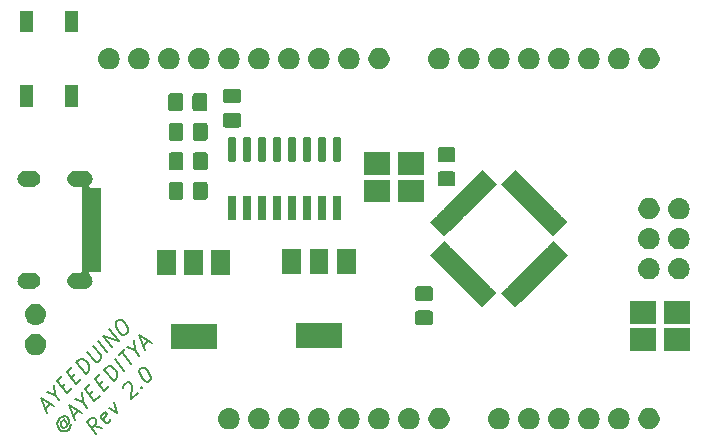
<source format=gbr>
%TF.GenerationSoftware,KiCad,Pcbnew,(5.1.2-1)-1*%
%TF.CreationDate,2020-03-21T02:44:08+05:30*%
%TF.ProjectId,Uno rev2.0,556e6f20-7265-4763-922e-302e6b696361,rev?*%
%TF.SameCoordinates,Original*%
%TF.FileFunction,Soldermask,Top*%
%TF.FilePolarity,Negative*%
%FSLAX46Y46*%
G04 Gerber Fmt 4.6, Leading zero omitted, Abs format (unit mm)*
G04 Created by KiCad (PCBNEW (5.1.2-1)-1) date 2020-03-21 02:44:08*
%MOMM*%
%LPD*%
G04 APERTURE LIST*
%ADD10C,0.203200*%
%ADD11C,0.100000*%
G04 APERTURE END LIST*
D10*
X15419306Y-46740589D02*
X15846938Y-46312957D01*
X15558286Y-47114766D02*
X15071856Y-45805145D01*
X16156970Y-46516082D01*
X16253187Y-45564603D02*
X16627365Y-46045688D01*
X15542250Y-45334751D02*
X16253187Y-45564603D01*
X16140934Y-44736067D01*
X16814453Y-44917810D02*
X17113795Y-44618469D01*
X17653680Y-45019373D02*
X17226048Y-45447004D01*
X16440276Y-44436725D01*
X16867907Y-44009094D01*
X17626953Y-44105311D02*
X17926294Y-43805969D01*
X18466179Y-44206873D02*
X18038548Y-44634505D01*
X17252775Y-43624226D01*
X17680406Y-43196595D01*
X18851047Y-43822005D02*
X18065275Y-42811727D01*
X18279090Y-42597911D01*
X18444797Y-42517730D01*
X18605159Y-42528421D01*
X18722758Y-42581875D01*
X18915192Y-42731546D01*
X19027445Y-42875871D01*
X19134353Y-43111068D01*
X19166425Y-43250049D01*
X19155734Y-43431792D01*
X19064863Y-43608190D01*
X18851047Y-43822005D01*
X18963300Y-41913701D02*
X19599402Y-42731546D01*
X19717000Y-42785000D01*
X19797181Y-42790345D01*
X19920125Y-42752927D01*
X20091178Y-42581875D01*
X20139286Y-42448240D01*
X20144632Y-42357368D01*
X20112559Y-42218388D01*
X19476458Y-41400543D01*
X20689861Y-41983191D02*
X19904089Y-40972912D01*
X21117493Y-41555560D02*
X20331720Y-40545281D01*
X21630650Y-41042402D01*
X20844878Y-40032123D01*
X21443561Y-39433440D02*
X21614614Y-39262387D01*
X21737558Y-39224969D01*
X21897920Y-39235660D01*
X22090354Y-39385331D01*
X22352278Y-39722091D01*
X22459186Y-39957288D01*
X22448495Y-40139031D01*
X22400386Y-40272666D01*
X22229334Y-40443719D01*
X22106390Y-40481136D01*
X21946028Y-40470445D01*
X21753594Y-40320775D01*
X21491670Y-39984015D01*
X21384762Y-39748818D01*
X21395453Y-39567074D01*
X21443561Y-39433440D01*
X17081082Y-47718154D02*
X17000901Y-47712809D01*
X16877957Y-47750226D01*
X16792431Y-47835753D01*
X16744322Y-47969387D01*
X16738977Y-48060259D01*
X16771049Y-48199239D01*
X16845885Y-48295456D01*
X16963483Y-48348910D01*
X17043664Y-48354256D01*
X17166608Y-48316838D01*
X17252134Y-48231312D01*
X17300243Y-48097677D01*
X17305588Y-48006805D01*
X17006246Y-47621937D02*
X17305588Y-48006805D01*
X17385769Y-48012151D01*
X17428532Y-47969387D01*
X17476641Y-47835753D01*
X17444568Y-47696773D01*
X17257480Y-47456230D01*
X17059700Y-47397431D01*
X16856575Y-47429503D01*
X16648105Y-47552447D01*
X16514470Y-47771608D01*
X16461016Y-47996114D01*
X16487743Y-48225966D01*
X16594651Y-48461163D01*
X16787085Y-48610834D01*
X16984865Y-48669634D01*
X17187990Y-48637561D01*
X17396460Y-48514617D01*
X17530095Y-48295456D01*
X17583549Y-48070950D01*
X17786673Y-47354668D02*
X18214305Y-46927036D01*
X17925654Y-47728845D02*
X17439223Y-46419224D01*
X18524337Y-47130161D01*
X18620554Y-46178682D02*
X18994732Y-46659767D01*
X17909617Y-45948830D02*
X18620554Y-46178682D01*
X18508301Y-45350146D01*
X19181820Y-45531889D02*
X19481162Y-45232547D01*
X20021047Y-45633452D02*
X19593415Y-46061083D01*
X18807643Y-45050804D01*
X19235274Y-44623173D01*
X19994320Y-44719390D02*
X20293662Y-44420048D01*
X20833546Y-44820952D02*
X20405915Y-45248584D01*
X19620142Y-44238305D01*
X20047774Y-43810674D01*
X21218414Y-44436084D02*
X20432642Y-43425805D01*
X20646457Y-43211990D01*
X20812164Y-43131809D01*
X20972526Y-43142500D01*
X21090125Y-43195954D01*
X21282559Y-43345625D01*
X21394812Y-43489950D01*
X21501720Y-43725147D01*
X21533792Y-43864127D01*
X21523101Y-44045871D01*
X21432230Y-44222269D01*
X21218414Y-44436084D01*
X22116440Y-43538059D02*
X21330667Y-42527780D01*
X21630009Y-42228438D02*
X22143167Y-41715280D01*
X22672360Y-42982138D02*
X21886588Y-41971859D01*
X23025156Y-41774080D02*
X23399333Y-42255165D01*
X22314219Y-41544228D02*
X23025156Y-41774080D01*
X22912903Y-40945544D01*
X23730748Y-41410593D02*
X24158379Y-40982962D01*
X23869728Y-41784771D02*
X23383297Y-40475150D01*
X24468412Y-41186087D01*
X20250257Y-48385687D02*
X19576738Y-48203944D01*
X19737100Y-48898844D02*
X18951328Y-47888566D01*
X19293433Y-47546461D01*
X19416377Y-47509043D01*
X19496557Y-47514388D01*
X19614156Y-47567842D01*
X19726409Y-47712168D01*
X19758481Y-47851148D01*
X19753136Y-47942020D01*
X19705028Y-48075654D01*
X19362923Y-48417759D01*
X20939813Y-47610605D02*
X20891704Y-47744240D01*
X20720652Y-47915293D01*
X20597708Y-47952710D01*
X20480109Y-47899256D01*
X20180767Y-47514388D01*
X20148695Y-47375408D01*
X20196804Y-47241773D01*
X20367856Y-47070721D01*
X20490800Y-47033303D01*
X20608399Y-47086757D01*
X20683234Y-47182974D01*
X20330438Y-47706822D01*
X20795487Y-46643090D02*
X21533151Y-47102793D01*
X21223119Y-46215458D01*
X22019582Y-44991364D02*
X22024927Y-44900492D01*
X22073036Y-44766858D01*
X22286851Y-44553042D01*
X22409795Y-44515624D01*
X22489976Y-44520970D01*
X22607575Y-44574423D01*
X22682410Y-44670641D01*
X22751900Y-44857729D01*
X22687756Y-45948189D01*
X23243676Y-45392268D01*
X23553709Y-44911183D02*
X23633890Y-44916528D01*
X23628544Y-45007400D01*
X23548363Y-45002055D01*
X23553709Y-44911183D01*
X23628544Y-45007400D01*
X23441456Y-43398438D02*
X23526982Y-43312911D01*
X23649926Y-43275494D01*
X23730107Y-43280839D01*
X23847705Y-43334293D01*
X24040139Y-43483964D01*
X24227228Y-43724506D01*
X24334136Y-43959704D01*
X24366208Y-44098684D01*
X24360863Y-44189555D01*
X24312754Y-44323190D01*
X24227228Y-44408716D01*
X24104284Y-44446134D01*
X24024103Y-44440789D01*
X23906505Y-44387335D01*
X23714071Y-44237664D01*
X23526982Y-43997121D01*
X23420074Y-43761924D01*
X23388002Y-43622944D01*
X23393347Y-43532072D01*
X23441456Y-43398438D01*
D11*
G36*
X66653512Y-46693927D02*
G01*
X66802812Y-46723624D01*
X66966784Y-46791544D01*
X67114354Y-46890147D01*
X67239853Y-47015646D01*
X67338456Y-47163216D01*
X67406376Y-47327188D01*
X67441000Y-47501259D01*
X67441000Y-47678741D01*
X67406376Y-47852812D01*
X67338456Y-48016784D01*
X67239853Y-48164354D01*
X67114354Y-48289853D01*
X66966784Y-48388456D01*
X66802812Y-48456376D01*
X66653512Y-48486073D01*
X66628742Y-48491000D01*
X66451258Y-48491000D01*
X66426488Y-48486073D01*
X66277188Y-48456376D01*
X66113216Y-48388456D01*
X65965646Y-48289853D01*
X65840147Y-48164354D01*
X65741544Y-48016784D01*
X65673624Y-47852812D01*
X65639000Y-47678741D01*
X65639000Y-47501259D01*
X65673624Y-47327188D01*
X65741544Y-47163216D01*
X65840147Y-47015646D01*
X65965646Y-46890147D01*
X66113216Y-46791544D01*
X66277188Y-46723624D01*
X66426488Y-46693927D01*
X66451258Y-46689000D01*
X66628742Y-46689000D01*
X66653512Y-46693927D01*
X66653512Y-46693927D01*
G37*
G36*
X64110443Y-46695519D02*
G01*
X64176627Y-46702037D01*
X64346466Y-46753557D01*
X64502991Y-46837222D01*
X64538729Y-46866552D01*
X64640186Y-46949814D01*
X64723448Y-47051271D01*
X64752778Y-47087009D01*
X64836443Y-47243534D01*
X64887963Y-47413373D01*
X64905359Y-47590000D01*
X64887963Y-47766627D01*
X64836443Y-47936466D01*
X64752778Y-48092991D01*
X64723448Y-48128729D01*
X64640186Y-48230186D01*
X64567480Y-48289853D01*
X64502991Y-48342778D01*
X64346466Y-48426443D01*
X64176627Y-48477963D01*
X64110443Y-48484481D01*
X64044260Y-48491000D01*
X63955740Y-48491000D01*
X63889557Y-48484481D01*
X63823373Y-48477963D01*
X63653534Y-48426443D01*
X63497009Y-48342778D01*
X63432520Y-48289853D01*
X63359814Y-48230186D01*
X63276552Y-48128729D01*
X63247222Y-48092991D01*
X63163557Y-47936466D01*
X63112037Y-47766627D01*
X63094641Y-47590000D01*
X63112037Y-47413373D01*
X63163557Y-47243534D01*
X63247222Y-47087009D01*
X63276552Y-47051271D01*
X63359814Y-46949814D01*
X63461271Y-46866552D01*
X63497009Y-46837222D01*
X63653534Y-46753557D01*
X63823373Y-46702037D01*
X63889557Y-46695519D01*
X63955740Y-46689000D01*
X64044260Y-46689000D01*
X64110443Y-46695519D01*
X64110443Y-46695519D01*
G37*
G36*
X61570443Y-46695519D02*
G01*
X61636627Y-46702037D01*
X61806466Y-46753557D01*
X61962991Y-46837222D01*
X61998729Y-46866552D01*
X62100186Y-46949814D01*
X62183448Y-47051271D01*
X62212778Y-47087009D01*
X62296443Y-47243534D01*
X62347963Y-47413373D01*
X62365359Y-47590000D01*
X62347963Y-47766627D01*
X62296443Y-47936466D01*
X62212778Y-48092991D01*
X62183448Y-48128729D01*
X62100186Y-48230186D01*
X62027480Y-48289853D01*
X61962991Y-48342778D01*
X61806466Y-48426443D01*
X61636627Y-48477963D01*
X61570443Y-48484481D01*
X61504260Y-48491000D01*
X61415740Y-48491000D01*
X61349557Y-48484481D01*
X61283373Y-48477963D01*
X61113534Y-48426443D01*
X60957009Y-48342778D01*
X60892520Y-48289853D01*
X60819814Y-48230186D01*
X60736552Y-48128729D01*
X60707222Y-48092991D01*
X60623557Y-47936466D01*
X60572037Y-47766627D01*
X60554641Y-47590000D01*
X60572037Y-47413373D01*
X60623557Y-47243534D01*
X60707222Y-47087009D01*
X60736552Y-47051271D01*
X60819814Y-46949814D01*
X60921271Y-46866552D01*
X60957009Y-46837222D01*
X61113534Y-46753557D01*
X61283373Y-46702037D01*
X61349557Y-46695519D01*
X61415740Y-46689000D01*
X61504260Y-46689000D01*
X61570443Y-46695519D01*
X61570443Y-46695519D01*
G37*
G36*
X59030443Y-46695519D02*
G01*
X59096627Y-46702037D01*
X59266466Y-46753557D01*
X59422991Y-46837222D01*
X59458729Y-46866552D01*
X59560186Y-46949814D01*
X59643448Y-47051271D01*
X59672778Y-47087009D01*
X59756443Y-47243534D01*
X59807963Y-47413373D01*
X59825359Y-47590000D01*
X59807963Y-47766627D01*
X59756443Y-47936466D01*
X59672778Y-48092991D01*
X59643448Y-48128729D01*
X59560186Y-48230186D01*
X59487480Y-48289853D01*
X59422991Y-48342778D01*
X59266466Y-48426443D01*
X59096627Y-48477963D01*
X59030443Y-48484481D01*
X58964260Y-48491000D01*
X58875740Y-48491000D01*
X58809557Y-48484481D01*
X58743373Y-48477963D01*
X58573534Y-48426443D01*
X58417009Y-48342778D01*
X58352520Y-48289853D01*
X58279814Y-48230186D01*
X58196552Y-48128729D01*
X58167222Y-48092991D01*
X58083557Y-47936466D01*
X58032037Y-47766627D01*
X58014641Y-47590000D01*
X58032037Y-47413373D01*
X58083557Y-47243534D01*
X58167222Y-47087009D01*
X58196552Y-47051271D01*
X58279814Y-46949814D01*
X58381271Y-46866552D01*
X58417009Y-46837222D01*
X58573534Y-46753557D01*
X58743373Y-46702037D01*
X58809557Y-46695519D01*
X58875740Y-46689000D01*
X58964260Y-46689000D01*
X59030443Y-46695519D01*
X59030443Y-46695519D01*
G37*
G36*
X56490443Y-46695519D02*
G01*
X56556627Y-46702037D01*
X56726466Y-46753557D01*
X56882991Y-46837222D01*
X56918729Y-46866552D01*
X57020186Y-46949814D01*
X57103448Y-47051271D01*
X57132778Y-47087009D01*
X57216443Y-47243534D01*
X57267963Y-47413373D01*
X57285359Y-47590000D01*
X57267963Y-47766627D01*
X57216443Y-47936466D01*
X57132778Y-48092991D01*
X57103448Y-48128729D01*
X57020186Y-48230186D01*
X56947480Y-48289853D01*
X56882991Y-48342778D01*
X56726466Y-48426443D01*
X56556627Y-48477963D01*
X56490443Y-48484481D01*
X56424260Y-48491000D01*
X56335740Y-48491000D01*
X56269557Y-48484481D01*
X56203373Y-48477963D01*
X56033534Y-48426443D01*
X55877009Y-48342778D01*
X55812520Y-48289853D01*
X55739814Y-48230186D01*
X55656552Y-48128729D01*
X55627222Y-48092991D01*
X55543557Y-47936466D01*
X55492037Y-47766627D01*
X55474641Y-47590000D01*
X55492037Y-47413373D01*
X55543557Y-47243534D01*
X55627222Y-47087009D01*
X55656552Y-47051271D01*
X55739814Y-46949814D01*
X55841271Y-46866552D01*
X55877009Y-46837222D01*
X56033534Y-46753557D01*
X56203373Y-46702037D01*
X56269557Y-46695519D01*
X56335740Y-46689000D01*
X56424260Y-46689000D01*
X56490443Y-46695519D01*
X56490443Y-46695519D01*
G37*
G36*
X53950443Y-46695519D02*
G01*
X54016627Y-46702037D01*
X54186466Y-46753557D01*
X54342991Y-46837222D01*
X54378729Y-46866552D01*
X54480186Y-46949814D01*
X54563448Y-47051271D01*
X54592778Y-47087009D01*
X54676443Y-47243534D01*
X54727963Y-47413373D01*
X54745359Y-47590000D01*
X54727963Y-47766627D01*
X54676443Y-47936466D01*
X54592778Y-48092991D01*
X54563448Y-48128729D01*
X54480186Y-48230186D01*
X54407480Y-48289853D01*
X54342991Y-48342778D01*
X54186466Y-48426443D01*
X54016627Y-48477963D01*
X53950443Y-48484481D01*
X53884260Y-48491000D01*
X53795740Y-48491000D01*
X53729557Y-48484481D01*
X53663373Y-48477963D01*
X53493534Y-48426443D01*
X53337009Y-48342778D01*
X53272520Y-48289853D01*
X53199814Y-48230186D01*
X53116552Y-48128729D01*
X53087222Y-48092991D01*
X53003557Y-47936466D01*
X52952037Y-47766627D01*
X52934641Y-47590000D01*
X52952037Y-47413373D01*
X53003557Y-47243534D01*
X53087222Y-47087009D01*
X53116552Y-47051271D01*
X53199814Y-46949814D01*
X53301271Y-46866552D01*
X53337009Y-46837222D01*
X53493534Y-46753557D01*
X53663373Y-46702037D01*
X53729557Y-46695519D01*
X53795740Y-46689000D01*
X53884260Y-46689000D01*
X53950443Y-46695519D01*
X53950443Y-46695519D01*
G37*
G36*
X48873512Y-46693927D02*
G01*
X49022812Y-46723624D01*
X49186784Y-46791544D01*
X49334354Y-46890147D01*
X49459853Y-47015646D01*
X49558456Y-47163216D01*
X49626376Y-47327188D01*
X49661000Y-47501259D01*
X49661000Y-47678741D01*
X49626376Y-47852812D01*
X49558456Y-48016784D01*
X49459853Y-48164354D01*
X49334354Y-48289853D01*
X49186784Y-48388456D01*
X49022812Y-48456376D01*
X48873512Y-48486073D01*
X48848742Y-48491000D01*
X48671258Y-48491000D01*
X48646488Y-48486073D01*
X48497188Y-48456376D01*
X48333216Y-48388456D01*
X48185646Y-48289853D01*
X48060147Y-48164354D01*
X47961544Y-48016784D01*
X47893624Y-47852812D01*
X47859000Y-47678741D01*
X47859000Y-47501259D01*
X47893624Y-47327188D01*
X47961544Y-47163216D01*
X48060147Y-47015646D01*
X48185646Y-46890147D01*
X48333216Y-46791544D01*
X48497188Y-46723624D01*
X48646488Y-46693927D01*
X48671258Y-46689000D01*
X48848742Y-46689000D01*
X48873512Y-46693927D01*
X48873512Y-46693927D01*
G37*
G36*
X46330443Y-46695519D02*
G01*
X46396627Y-46702037D01*
X46566466Y-46753557D01*
X46722991Y-46837222D01*
X46758729Y-46866552D01*
X46860186Y-46949814D01*
X46943448Y-47051271D01*
X46972778Y-47087009D01*
X47056443Y-47243534D01*
X47107963Y-47413373D01*
X47125359Y-47590000D01*
X47107963Y-47766627D01*
X47056443Y-47936466D01*
X46972778Y-48092991D01*
X46943448Y-48128729D01*
X46860186Y-48230186D01*
X46787480Y-48289853D01*
X46722991Y-48342778D01*
X46566466Y-48426443D01*
X46396627Y-48477963D01*
X46330443Y-48484481D01*
X46264260Y-48491000D01*
X46175740Y-48491000D01*
X46109557Y-48484481D01*
X46043373Y-48477963D01*
X45873534Y-48426443D01*
X45717009Y-48342778D01*
X45652520Y-48289853D01*
X45579814Y-48230186D01*
X45496552Y-48128729D01*
X45467222Y-48092991D01*
X45383557Y-47936466D01*
X45332037Y-47766627D01*
X45314641Y-47590000D01*
X45332037Y-47413373D01*
X45383557Y-47243534D01*
X45467222Y-47087009D01*
X45496552Y-47051271D01*
X45579814Y-46949814D01*
X45681271Y-46866552D01*
X45717009Y-46837222D01*
X45873534Y-46753557D01*
X46043373Y-46702037D01*
X46109557Y-46695519D01*
X46175740Y-46689000D01*
X46264260Y-46689000D01*
X46330443Y-46695519D01*
X46330443Y-46695519D01*
G37*
G36*
X43790443Y-46695519D02*
G01*
X43856627Y-46702037D01*
X44026466Y-46753557D01*
X44182991Y-46837222D01*
X44218729Y-46866552D01*
X44320186Y-46949814D01*
X44403448Y-47051271D01*
X44432778Y-47087009D01*
X44516443Y-47243534D01*
X44567963Y-47413373D01*
X44585359Y-47590000D01*
X44567963Y-47766627D01*
X44516443Y-47936466D01*
X44432778Y-48092991D01*
X44403448Y-48128729D01*
X44320186Y-48230186D01*
X44247480Y-48289853D01*
X44182991Y-48342778D01*
X44026466Y-48426443D01*
X43856627Y-48477963D01*
X43790443Y-48484481D01*
X43724260Y-48491000D01*
X43635740Y-48491000D01*
X43569557Y-48484481D01*
X43503373Y-48477963D01*
X43333534Y-48426443D01*
X43177009Y-48342778D01*
X43112520Y-48289853D01*
X43039814Y-48230186D01*
X42956552Y-48128729D01*
X42927222Y-48092991D01*
X42843557Y-47936466D01*
X42792037Y-47766627D01*
X42774641Y-47590000D01*
X42792037Y-47413373D01*
X42843557Y-47243534D01*
X42927222Y-47087009D01*
X42956552Y-47051271D01*
X43039814Y-46949814D01*
X43141271Y-46866552D01*
X43177009Y-46837222D01*
X43333534Y-46753557D01*
X43503373Y-46702037D01*
X43569557Y-46695519D01*
X43635740Y-46689000D01*
X43724260Y-46689000D01*
X43790443Y-46695519D01*
X43790443Y-46695519D01*
G37*
G36*
X41250443Y-46695519D02*
G01*
X41316627Y-46702037D01*
X41486466Y-46753557D01*
X41642991Y-46837222D01*
X41678729Y-46866552D01*
X41780186Y-46949814D01*
X41863448Y-47051271D01*
X41892778Y-47087009D01*
X41976443Y-47243534D01*
X42027963Y-47413373D01*
X42045359Y-47590000D01*
X42027963Y-47766627D01*
X41976443Y-47936466D01*
X41892778Y-48092991D01*
X41863448Y-48128729D01*
X41780186Y-48230186D01*
X41707480Y-48289853D01*
X41642991Y-48342778D01*
X41486466Y-48426443D01*
X41316627Y-48477963D01*
X41250443Y-48484481D01*
X41184260Y-48491000D01*
X41095740Y-48491000D01*
X41029557Y-48484481D01*
X40963373Y-48477963D01*
X40793534Y-48426443D01*
X40637009Y-48342778D01*
X40572520Y-48289853D01*
X40499814Y-48230186D01*
X40416552Y-48128729D01*
X40387222Y-48092991D01*
X40303557Y-47936466D01*
X40252037Y-47766627D01*
X40234641Y-47590000D01*
X40252037Y-47413373D01*
X40303557Y-47243534D01*
X40387222Y-47087009D01*
X40416552Y-47051271D01*
X40499814Y-46949814D01*
X40601271Y-46866552D01*
X40637009Y-46837222D01*
X40793534Y-46753557D01*
X40963373Y-46702037D01*
X41029557Y-46695519D01*
X41095740Y-46689000D01*
X41184260Y-46689000D01*
X41250443Y-46695519D01*
X41250443Y-46695519D01*
G37*
G36*
X38710443Y-46695519D02*
G01*
X38776627Y-46702037D01*
X38946466Y-46753557D01*
X39102991Y-46837222D01*
X39138729Y-46866552D01*
X39240186Y-46949814D01*
X39323448Y-47051271D01*
X39352778Y-47087009D01*
X39436443Y-47243534D01*
X39487963Y-47413373D01*
X39505359Y-47590000D01*
X39487963Y-47766627D01*
X39436443Y-47936466D01*
X39352778Y-48092991D01*
X39323448Y-48128729D01*
X39240186Y-48230186D01*
X39167480Y-48289853D01*
X39102991Y-48342778D01*
X38946466Y-48426443D01*
X38776627Y-48477963D01*
X38710443Y-48484481D01*
X38644260Y-48491000D01*
X38555740Y-48491000D01*
X38489557Y-48484481D01*
X38423373Y-48477963D01*
X38253534Y-48426443D01*
X38097009Y-48342778D01*
X38032520Y-48289853D01*
X37959814Y-48230186D01*
X37876552Y-48128729D01*
X37847222Y-48092991D01*
X37763557Y-47936466D01*
X37712037Y-47766627D01*
X37694641Y-47590000D01*
X37712037Y-47413373D01*
X37763557Y-47243534D01*
X37847222Y-47087009D01*
X37876552Y-47051271D01*
X37959814Y-46949814D01*
X38061271Y-46866552D01*
X38097009Y-46837222D01*
X38253534Y-46753557D01*
X38423373Y-46702037D01*
X38489557Y-46695519D01*
X38555740Y-46689000D01*
X38644260Y-46689000D01*
X38710443Y-46695519D01*
X38710443Y-46695519D01*
G37*
G36*
X36170443Y-46695519D02*
G01*
X36236627Y-46702037D01*
X36406466Y-46753557D01*
X36562991Y-46837222D01*
X36598729Y-46866552D01*
X36700186Y-46949814D01*
X36783448Y-47051271D01*
X36812778Y-47087009D01*
X36896443Y-47243534D01*
X36947963Y-47413373D01*
X36965359Y-47590000D01*
X36947963Y-47766627D01*
X36896443Y-47936466D01*
X36812778Y-48092991D01*
X36783448Y-48128729D01*
X36700186Y-48230186D01*
X36627480Y-48289853D01*
X36562991Y-48342778D01*
X36406466Y-48426443D01*
X36236627Y-48477963D01*
X36170443Y-48484481D01*
X36104260Y-48491000D01*
X36015740Y-48491000D01*
X35949557Y-48484481D01*
X35883373Y-48477963D01*
X35713534Y-48426443D01*
X35557009Y-48342778D01*
X35492520Y-48289853D01*
X35419814Y-48230186D01*
X35336552Y-48128729D01*
X35307222Y-48092991D01*
X35223557Y-47936466D01*
X35172037Y-47766627D01*
X35154641Y-47590000D01*
X35172037Y-47413373D01*
X35223557Y-47243534D01*
X35307222Y-47087009D01*
X35336552Y-47051271D01*
X35419814Y-46949814D01*
X35521271Y-46866552D01*
X35557009Y-46837222D01*
X35713534Y-46753557D01*
X35883373Y-46702037D01*
X35949557Y-46695519D01*
X36015740Y-46689000D01*
X36104260Y-46689000D01*
X36170443Y-46695519D01*
X36170443Y-46695519D01*
G37*
G36*
X33630443Y-46695519D02*
G01*
X33696627Y-46702037D01*
X33866466Y-46753557D01*
X34022991Y-46837222D01*
X34058729Y-46866552D01*
X34160186Y-46949814D01*
X34243448Y-47051271D01*
X34272778Y-47087009D01*
X34356443Y-47243534D01*
X34407963Y-47413373D01*
X34425359Y-47590000D01*
X34407963Y-47766627D01*
X34356443Y-47936466D01*
X34272778Y-48092991D01*
X34243448Y-48128729D01*
X34160186Y-48230186D01*
X34087480Y-48289853D01*
X34022991Y-48342778D01*
X33866466Y-48426443D01*
X33696627Y-48477963D01*
X33630443Y-48484481D01*
X33564260Y-48491000D01*
X33475740Y-48491000D01*
X33409557Y-48484481D01*
X33343373Y-48477963D01*
X33173534Y-48426443D01*
X33017009Y-48342778D01*
X32952520Y-48289853D01*
X32879814Y-48230186D01*
X32796552Y-48128729D01*
X32767222Y-48092991D01*
X32683557Y-47936466D01*
X32632037Y-47766627D01*
X32614641Y-47590000D01*
X32632037Y-47413373D01*
X32683557Y-47243534D01*
X32767222Y-47087009D01*
X32796552Y-47051271D01*
X32879814Y-46949814D01*
X32981271Y-46866552D01*
X33017009Y-46837222D01*
X33173534Y-46753557D01*
X33343373Y-46702037D01*
X33409557Y-46695519D01*
X33475740Y-46689000D01*
X33564260Y-46689000D01*
X33630443Y-46695519D01*
X33630443Y-46695519D01*
G37*
G36*
X31090443Y-46695519D02*
G01*
X31156627Y-46702037D01*
X31326466Y-46753557D01*
X31482991Y-46837222D01*
X31518729Y-46866552D01*
X31620186Y-46949814D01*
X31703448Y-47051271D01*
X31732778Y-47087009D01*
X31816443Y-47243534D01*
X31867963Y-47413373D01*
X31885359Y-47590000D01*
X31867963Y-47766627D01*
X31816443Y-47936466D01*
X31732778Y-48092991D01*
X31703448Y-48128729D01*
X31620186Y-48230186D01*
X31547480Y-48289853D01*
X31482991Y-48342778D01*
X31326466Y-48426443D01*
X31156627Y-48477963D01*
X31090443Y-48484481D01*
X31024260Y-48491000D01*
X30935740Y-48491000D01*
X30869557Y-48484481D01*
X30803373Y-48477963D01*
X30633534Y-48426443D01*
X30477009Y-48342778D01*
X30412520Y-48289853D01*
X30339814Y-48230186D01*
X30256552Y-48128729D01*
X30227222Y-48092991D01*
X30143557Y-47936466D01*
X30092037Y-47766627D01*
X30074641Y-47590000D01*
X30092037Y-47413373D01*
X30143557Y-47243534D01*
X30227222Y-47087009D01*
X30256552Y-47051271D01*
X30339814Y-46949814D01*
X30441271Y-46866552D01*
X30477009Y-46837222D01*
X30633534Y-46753557D01*
X30803373Y-46702037D01*
X30869557Y-46695519D01*
X30935740Y-46689000D01*
X31024260Y-46689000D01*
X31090443Y-46695519D01*
X31090443Y-46695519D01*
G37*
G36*
X14713512Y-40393927D02*
G01*
X14862812Y-40423624D01*
X15026784Y-40491544D01*
X15174354Y-40590147D01*
X15299853Y-40715646D01*
X15398456Y-40863216D01*
X15466376Y-41027188D01*
X15501000Y-41201259D01*
X15501000Y-41378741D01*
X15466376Y-41552812D01*
X15398456Y-41716784D01*
X15299853Y-41864354D01*
X15174354Y-41989853D01*
X15026784Y-42088456D01*
X14862812Y-42156376D01*
X14713512Y-42186073D01*
X14688742Y-42191000D01*
X14511258Y-42191000D01*
X14486488Y-42186073D01*
X14337188Y-42156376D01*
X14173216Y-42088456D01*
X14025646Y-41989853D01*
X13900147Y-41864354D01*
X13801544Y-41716784D01*
X13733624Y-41552812D01*
X13699000Y-41378741D01*
X13699000Y-41201259D01*
X13733624Y-41027188D01*
X13801544Y-40863216D01*
X13900147Y-40715646D01*
X14025646Y-40590147D01*
X14173216Y-40491544D01*
X14337188Y-40423624D01*
X14486488Y-40393927D01*
X14511258Y-40389000D01*
X14688742Y-40389000D01*
X14713512Y-40393927D01*
X14713512Y-40393927D01*
G37*
G36*
X67151000Y-41851000D02*
G01*
X64949000Y-41851000D01*
X64949000Y-39949000D01*
X67151000Y-39949000D01*
X67151000Y-41851000D01*
X67151000Y-41851000D01*
G37*
G36*
X70051000Y-41851000D02*
G01*
X67849000Y-41851000D01*
X67849000Y-39949000D01*
X70051000Y-39949000D01*
X70051000Y-41851000D01*
X70051000Y-41851000D01*
G37*
G36*
X29951000Y-41701000D02*
G01*
X26049000Y-41701000D01*
X26049000Y-39599000D01*
X29951000Y-39599000D01*
X29951000Y-41701000D01*
X29951000Y-41701000D01*
G37*
G36*
X40551000Y-41631000D02*
G01*
X36649000Y-41631000D01*
X36649000Y-39529000D01*
X40551000Y-39529000D01*
X40551000Y-41631000D01*
X40551000Y-41631000D01*
G37*
G36*
X48078674Y-38431465D02*
G01*
X48116367Y-38442899D01*
X48151103Y-38461466D01*
X48181548Y-38486452D01*
X48206534Y-38516897D01*
X48225101Y-38551633D01*
X48236535Y-38589326D01*
X48241000Y-38634661D01*
X48241000Y-39471339D01*
X48236535Y-39516674D01*
X48225101Y-39554367D01*
X48206534Y-39589103D01*
X48181548Y-39619548D01*
X48151103Y-39644534D01*
X48116367Y-39663101D01*
X48078674Y-39674535D01*
X48033339Y-39679000D01*
X46946661Y-39679000D01*
X46901326Y-39674535D01*
X46863633Y-39663101D01*
X46828897Y-39644534D01*
X46798452Y-39619548D01*
X46773466Y-39589103D01*
X46754899Y-39554367D01*
X46743465Y-39516674D01*
X46739000Y-39471339D01*
X46739000Y-38634661D01*
X46743465Y-38589326D01*
X46754899Y-38551633D01*
X46773466Y-38516897D01*
X46798452Y-38486452D01*
X46828897Y-38461466D01*
X46863633Y-38442899D01*
X46901326Y-38431465D01*
X46946661Y-38427000D01*
X48033339Y-38427000D01*
X48078674Y-38431465D01*
X48078674Y-38431465D01*
G37*
G36*
X14710442Y-37855518D02*
G01*
X14776627Y-37862037D01*
X14946466Y-37913557D01*
X15102991Y-37997222D01*
X15138729Y-38026552D01*
X15240186Y-38109814D01*
X15323448Y-38211271D01*
X15352778Y-38247009D01*
X15436443Y-38403534D01*
X15487963Y-38573373D01*
X15505359Y-38750000D01*
X15487963Y-38926627D01*
X15436443Y-39096466D01*
X15352778Y-39252991D01*
X15323448Y-39288729D01*
X15240186Y-39390186D01*
X15141299Y-39471339D01*
X15102991Y-39502778D01*
X14946466Y-39586443D01*
X14776627Y-39637963D01*
X14710442Y-39644482D01*
X14644260Y-39651000D01*
X14555740Y-39651000D01*
X14489558Y-39644482D01*
X14423373Y-39637963D01*
X14253534Y-39586443D01*
X14097009Y-39502778D01*
X14058701Y-39471339D01*
X13959814Y-39390186D01*
X13876552Y-39288729D01*
X13847222Y-39252991D01*
X13763557Y-39096466D01*
X13712037Y-38926627D01*
X13694641Y-38750000D01*
X13712037Y-38573373D01*
X13763557Y-38403534D01*
X13847222Y-38247009D01*
X13876552Y-38211271D01*
X13959814Y-38109814D01*
X14061271Y-38026552D01*
X14097009Y-37997222D01*
X14253534Y-37913557D01*
X14423373Y-37862037D01*
X14489558Y-37855518D01*
X14555740Y-37849000D01*
X14644260Y-37849000D01*
X14710442Y-37855518D01*
X14710442Y-37855518D01*
G37*
G36*
X67151000Y-39551000D02*
G01*
X64949000Y-39551000D01*
X64949000Y-37649000D01*
X67151000Y-37649000D01*
X67151000Y-39551000D01*
X67151000Y-39551000D01*
G37*
G36*
X70051000Y-39551000D02*
G01*
X67849000Y-39551000D01*
X67849000Y-37649000D01*
X70051000Y-37649000D01*
X70051000Y-39551000D01*
X70051000Y-39551000D01*
G37*
G36*
X59657368Y-33746536D02*
G01*
X59196334Y-34207570D01*
X59091682Y-34312221D01*
X58630648Y-34773255D01*
X58525997Y-34877907D01*
X56367907Y-37035997D01*
X56263255Y-37140648D01*
X55802221Y-37601682D01*
X55697570Y-37706334D01*
X55236536Y-38167368D01*
X54033040Y-36963872D01*
X54494074Y-36502838D01*
X54494075Y-36502839D01*
X54510339Y-36486575D01*
X54510348Y-36486564D01*
X54598726Y-36398187D01*
X54598725Y-36398186D01*
X55059759Y-35937152D01*
X55059760Y-35937153D01*
X55148137Y-35848775D01*
X55148148Y-35848766D01*
X55164412Y-35832502D01*
X55164411Y-35832501D01*
X55625445Y-35371467D01*
X55625446Y-35371468D01*
X55713833Y-35283080D01*
X55730097Y-35266817D01*
X55730096Y-35266816D01*
X56191130Y-34805782D01*
X56191131Y-34805783D01*
X56295783Y-34701131D01*
X56295782Y-34701130D01*
X56756816Y-34240096D01*
X56756817Y-34240097D01*
X56845204Y-34151709D01*
X56861468Y-34135446D01*
X56861467Y-34135445D01*
X57322501Y-33674411D01*
X57322502Y-33674412D01*
X57338766Y-33658148D01*
X57338775Y-33658137D01*
X57427153Y-33569760D01*
X57427152Y-33569759D01*
X57888186Y-33108725D01*
X57888187Y-33108726D01*
X57976564Y-33020348D01*
X57976575Y-33020339D01*
X57992839Y-33004075D01*
X57992838Y-33004074D01*
X58453872Y-32543040D01*
X59657368Y-33746536D01*
X59657368Y-33746536D01*
G37*
G36*
X49687162Y-33004074D02*
G01*
X49687162Y-33004075D01*
X49703426Y-33020339D01*
X49703432Y-33020344D01*
X49791814Y-33108726D01*
X49791814Y-33108725D01*
X50252848Y-33569759D01*
X50252848Y-33569760D01*
X50341230Y-33658142D01*
X50341235Y-33658148D01*
X50357499Y-33674412D01*
X50357499Y-33674411D01*
X50818533Y-34135445D01*
X50818533Y-34135446D01*
X50923184Y-34240097D01*
X50923184Y-34240096D01*
X51384218Y-34701130D01*
X51384218Y-34701131D01*
X51488870Y-34805783D01*
X51488870Y-34805782D01*
X51949904Y-35266816D01*
X51949904Y-35266817D01*
X52054555Y-35371468D01*
X52054555Y-35371467D01*
X52515589Y-35832501D01*
X52515589Y-35832502D01*
X52531853Y-35848766D01*
X52531859Y-35848771D01*
X52620241Y-35937153D01*
X52620241Y-35937152D01*
X53081275Y-36398186D01*
X53081275Y-36398187D01*
X53169657Y-36486569D01*
X53169662Y-36486575D01*
X53185926Y-36502839D01*
X53185926Y-36502838D01*
X53646960Y-36963872D01*
X52443464Y-38167368D01*
X51982430Y-37706334D01*
X51982431Y-37706334D01*
X51894049Y-37617952D01*
X51894044Y-37617946D01*
X51877780Y-37601682D01*
X51877779Y-37601682D01*
X51416745Y-37140648D01*
X51416746Y-37140648D01*
X51400482Y-37124384D01*
X51400476Y-37124379D01*
X51312094Y-37035997D01*
X51312093Y-37035997D01*
X50851059Y-36574963D01*
X50851060Y-36574963D01*
X50746409Y-36470312D01*
X50746408Y-36470312D01*
X50285374Y-36009278D01*
X50285375Y-36009278D01*
X50180723Y-35904626D01*
X50180722Y-35904626D01*
X49719688Y-35443592D01*
X49719689Y-35443592D01*
X49615038Y-35338941D01*
X49615037Y-35338941D01*
X49154003Y-34877907D01*
X49154004Y-34877907D01*
X49065622Y-34789525D01*
X49065617Y-34789519D01*
X49049353Y-34773255D01*
X49049352Y-34773255D01*
X48588318Y-34312221D01*
X48588319Y-34312221D01*
X48572055Y-34295957D01*
X48572049Y-34295952D01*
X48483667Y-34207570D01*
X48483666Y-34207570D01*
X48022632Y-33746536D01*
X49226128Y-32543040D01*
X49687162Y-33004074D01*
X49687162Y-33004074D01*
G37*
G36*
X48078674Y-36381465D02*
G01*
X48116367Y-36392899D01*
X48151103Y-36411466D01*
X48181548Y-36436452D01*
X48206534Y-36466897D01*
X48225101Y-36501633D01*
X48236535Y-36539326D01*
X48241000Y-36584661D01*
X48241000Y-37421339D01*
X48236535Y-37466674D01*
X48225101Y-37504367D01*
X48206534Y-37539103D01*
X48181548Y-37569548D01*
X48151103Y-37594534D01*
X48116367Y-37613101D01*
X48078674Y-37624535D01*
X48033339Y-37629000D01*
X46946661Y-37629000D01*
X46901326Y-37624535D01*
X46863633Y-37613101D01*
X46828897Y-37594534D01*
X46798452Y-37569548D01*
X46773466Y-37539103D01*
X46754899Y-37504367D01*
X46743465Y-37466674D01*
X46739000Y-37421339D01*
X46739000Y-36584661D01*
X46743465Y-36539326D01*
X46754899Y-36501633D01*
X46773466Y-36466897D01*
X46798452Y-36436452D01*
X46828897Y-36411466D01*
X46863633Y-36392899D01*
X46901326Y-36381465D01*
X46946661Y-36377000D01*
X48033339Y-36377000D01*
X48078674Y-36381465D01*
X48078674Y-36381465D01*
G37*
G36*
X14420285Y-35226617D02*
G01*
X14453879Y-35229926D01*
X14475445Y-35236468D01*
X14583195Y-35269153D01*
X14702364Y-35332851D01*
X14806823Y-35418577D01*
X14892549Y-35523036D01*
X14956247Y-35642205D01*
X14956248Y-35642209D01*
X14995474Y-35771521D01*
X15001480Y-35832501D01*
X15008719Y-35906000D01*
X14995474Y-36040478D01*
X14956247Y-36169795D01*
X14892549Y-36288964D01*
X14806823Y-36393423D01*
X14702364Y-36479149D01*
X14583195Y-36542847D01*
X14576041Y-36545017D01*
X14453879Y-36582074D01*
X14420285Y-36585383D01*
X14353100Y-36592000D01*
X13726900Y-36592000D01*
X13659715Y-36585383D01*
X13626121Y-36582074D01*
X13503959Y-36545017D01*
X13496805Y-36542847D01*
X13377636Y-36479149D01*
X13273177Y-36393423D01*
X13187451Y-36288964D01*
X13123753Y-36169795D01*
X13084526Y-36040478D01*
X13071281Y-35906000D01*
X13078520Y-35832501D01*
X13084526Y-35771521D01*
X13123752Y-35642209D01*
X13123753Y-35642205D01*
X13187451Y-35523036D01*
X13273177Y-35418577D01*
X13377636Y-35332851D01*
X13496805Y-35269153D01*
X13604555Y-35236468D01*
X13626121Y-35229926D01*
X13659715Y-35226617D01*
X13726900Y-35220000D01*
X14353100Y-35220000D01*
X14420285Y-35226617D01*
X14420285Y-35226617D01*
G37*
G36*
X18839885Y-26590617D02*
G01*
X18873479Y-26593926D01*
X18949394Y-26616954D01*
X19002795Y-26633153D01*
X19121964Y-26696851D01*
X19226423Y-26782577D01*
X19312149Y-26887036D01*
X19375847Y-27006205D01*
X19415074Y-27135522D01*
X19428319Y-27270000D01*
X19415074Y-27404478D01*
X19375847Y-27533795D01*
X19312149Y-27652964D01*
X19226423Y-27757423D01*
X19174678Y-27799888D01*
X19157351Y-27817215D01*
X19143737Y-27837589D01*
X19134360Y-27860228D01*
X19129579Y-27884261D01*
X19129579Y-27908766D01*
X19134359Y-27932799D01*
X19143736Y-27955438D01*
X19157350Y-27975812D01*
X19174677Y-27993139D01*
X19195051Y-28006753D01*
X19217690Y-28016130D01*
X19241723Y-28020911D01*
X19253976Y-28021513D01*
X20187000Y-28021513D01*
X20187000Y-35154487D01*
X19253976Y-35154487D01*
X19229590Y-35156889D01*
X19206141Y-35164002D01*
X19184530Y-35175553D01*
X19165588Y-35191098D01*
X19150043Y-35210040D01*
X19138492Y-35231651D01*
X19131379Y-35255100D01*
X19128977Y-35279486D01*
X19131379Y-35303872D01*
X19138492Y-35327321D01*
X19150043Y-35348932D01*
X19165588Y-35367874D01*
X19174678Y-35376112D01*
X19226423Y-35418577D01*
X19312149Y-35523036D01*
X19375847Y-35642205D01*
X19375848Y-35642209D01*
X19415074Y-35771521D01*
X19421080Y-35832501D01*
X19428319Y-35906000D01*
X19415074Y-36040478D01*
X19375847Y-36169795D01*
X19312149Y-36288964D01*
X19226423Y-36393423D01*
X19121964Y-36479149D01*
X19002795Y-36542847D01*
X18995641Y-36545017D01*
X18873479Y-36582074D01*
X18839885Y-36585383D01*
X18772700Y-36592000D01*
X17943300Y-36592000D01*
X17876115Y-36585383D01*
X17842521Y-36582074D01*
X17720359Y-36545017D01*
X17713205Y-36542847D01*
X17594036Y-36479149D01*
X17489577Y-36393423D01*
X17403851Y-36288964D01*
X17340153Y-36169795D01*
X17300926Y-36040478D01*
X17287681Y-35906000D01*
X17294920Y-35832501D01*
X17300926Y-35771521D01*
X17340152Y-35642209D01*
X17340153Y-35642205D01*
X17403851Y-35523036D01*
X17489577Y-35418577D01*
X17594036Y-35332851D01*
X17713205Y-35269153D01*
X17820955Y-35236468D01*
X17842521Y-35229926D01*
X17876115Y-35226617D01*
X17943300Y-35220000D01*
X18436001Y-35220000D01*
X18460387Y-35217598D01*
X18483836Y-35210485D01*
X18505447Y-35198934D01*
X18524389Y-35183389D01*
X18539934Y-35164447D01*
X18551485Y-35142836D01*
X18558598Y-35119387D01*
X18561000Y-35095001D01*
X18561000Y-28080999D01*
X18558598Y-28056613D01*
X18551485Y-28033164D01*
X18539934Y-28011553D01*
X18524389Y-27992611D01*
X18505447Y-27977066D01*
X18483836Y-27965515D01*
X18460387Y-27958402D01*
X18436001Y-27956000D01*
X17943300Y-27956000D01*
X17876115Y-27949383D01*
X17842521Y-27946074D01*
X17766606Y-27923046D01*
X17713205Y-27906847D01*
X17594036Y-27843149D01*
X17489577Y-27757423D01*
X17403851Y-27652964D01*
X17340153Y-27533795D01*
X17300926Y-27404478D01*
X17287681Y-27270000D01*
X17300926Y-27135522D01*
X17340153Y-27006205D01*
X17403851Y-26887036D01*
X17489577Y-26782577D01*
X17594036Y-26696851D01*
X17713205Y-26633153D01*
X17766606Y-26616954D01*
X17842521Y-26593926D01*
X17876115Y-26590617D01*
X17943300Y-26584000D01*
X18772700Y-26584000D01*
X18839885Y-26590617D01*
X18839885Y-26590617D01*
G37*
G36*
X66650442Y-33995518D02*
G01*
X66716627Y-34002037D01*
X66886466Y-34053557D01*
X67042991Y-34137222D01*
X67044532Y-34138487D01*
X67180186Y-34249814D01*
X67231401Y-34312221D01*
X67292778Y-34387009D01*
X67376443Y-34543534D01*
X67427963Y-34713373D01*
X67445359Y-34890000D01*
X67427963Y-35066627D01*
X67376443Y-35236466D01*
X67376442Y-35236468D01*
X67358972Y-35269152D01*
X67292778Y-35392991D01*
X67286205Y-35401000D01*
X67180186Y-35530186D01*
X67078729Y-35613448D01*
X67042991Y-35642778D01*
X66886466Y-35726443D01*
X66716627Y-35777963D01*
X66650442Y-35784482D01*
X66584260Y-35791000D01*
X66495740Y-35791000D01*
X66429558Y-35784482D01*
X66363373Y-35777963D01*
X66193534Y-35726443D01*
X66037009Y-35642778D01*
X66001271Y-35613448D01*
X65899814Y-35530186D01*
X65793795Y-35401000D01*
X65787222Y-35392991D01*
X65721028Y-35269152D01*
X65703558Y-35236468D01*
X65703557Y-35236466D01*
X65652037Y-35066627D01*
X65634641Y-34890000D01*
X65652037Y-34713373D01*
X65703557Y-34543534D01*
X65787222Y-34387009D01*
X65848599Y-34312221D01*
X65899814Y-34249814D01*
X66035468Y-34138487D01*
X66037009Y-34137222D01*
X66193534Y-34053557D01*
X66363373Y-34002037D01*
X66429558Y-33995518D01*
X66495740Y-33989000D01*
X66584260Y-33989000D01*
X66650442Y-33995518D01*
X66650442Y-33995518D01*
G37*
G36*
X69190442Y-33995518D02*
G01*
X69256627Y-34002037D01*
X69426466Y-34053557D01*
X69582991Y-34137222D01*
X69584532Y-34138487D01*
X69720186Y-34249814D01*
X69771401Y-34312221D01*
X69832778Y-34387009D01*
X69916443Y-34543534D01*
X69967963Y-34713373D01*
X69985359Y-34890000D01*
X69967963Y-35066627D01*
X69916443Y-35236466D01*
X69916442Y-35236468D01*
X69898972Y-35269152D01*
X69832778Y-35392991D01*
X69826205Y-35401000D01*
X69720186Y-35530186D01*
X69618729Y-35613448D01*
X69582991Y-35642778D01*
X69426466Y-35726443D01*
X69256627Y-35777963D01*
X69190442Y-35784482D01*
X69124260Y-35791000D01*
X69035740Y-35791000D01*
X68969558Y-35784482D01*
X68903373Y-35777963D01*
X68733534Y-35726443D01*
X68577009Y-35642778D01*
X68541271Y-35613448D01*
X68439814Y-35530186D01*
X68333795Y-35401000D01*
X68327222Y-35392991D01*
X68261028Y-35269152D01*
X68243558Y-35236468D01*
X68243557Y-35236466D01*
X68192037Y-35066627D01*
X68174641Y-34890000D01*
X68192037Y-34713373D01*
X68243557Y-34543534D01*
X68327222Y-34387009D01*
X68388599Y-34312221D01*
X68439814Y-34249814D01*
X68575468Y-34138487D01*
X68577009Y-34137222D01*
X68733534Y-34053557D01*
X68903373Y-34002037D01*
X68969558Y-33995518D01*
X69035740Y-33989000D01*
X69124260Y-33989000D01*
X69190442Y-33995518D01*
X69190442Y-33995518D01*
G37*
G36*
X28801000Y-35401000D02*
G01*
X27199000Y-35401000D01*
X27199000Y-33299000D01*
X28801000Y-33299000D01*
X28801000Y-35401000D01*
X28801000Y-35401000D01*
G37*
G36*
X26501000Y-35401000D02*
G01*
X24899000Y-35401000D01*
X24899000Y-33299000D01*
X26501000Y-33299000D01*
X26501000Y-35401000D01*
X26501000Y-35401000D01*
G37*
G36*
X31101000Y-35401000D02*
G01*
X29499000Y-35401000D01*
X29499000Y-33299000D01*
X31101000Y-33299000D01*
X31101000Y-35401000D01*
X31101000Y-35401000D01*
G37*
G36*
X39401000Y-35331000D02*
G01*
X37799000Y-35331000D01*
X37799000Y-33229000D01*
X39401000Y-33229000D01*
X39401000Y-35331000D01*
X39401000Y-35331000D01*
G37*
G36*
X37101000Y-35331000D02*
G01*
X35499000Y-35331000D01*
X35499000Y-33229000D01*
X37101000Y-33229000D01*
X37101000Y-35331000D01*
X37101000Y-35331000D01*
G37*
G36*
X41701000Y-35331000D02*
G01*
X40099000Y-35331000D01*
X40099000Y-33229000D01*
X41701000Y-33229000D01*
X41701000Y-35331000D01*
X41701000Y-35331000D01*
G37*
G36*
X66650443Y-31455519D02*
G01*
X66716627Y-31462037D01*
X66886466Y-31513557D01*
X67042991Y-31597222D01*
X67044532Y-31598487D01*
X67180186Y-31709814D01*
X67263448Y-31811271D01*
X67292778Y-31847009D01*
X67376443Y-32003534D01*
X67427963Y-32173373D01*
X67445359Y-32350000D01*
X67427963Y-32526627D01*
X67376443Y-32696466D01*
X67292778Y-32852991D01*
X67263448Y-32888729D01*
X67180186Y-32990186D01*
X67078729Y-33073448D01*
X67042991Y-33102778D01*
X66886466Y-33186443D01*
X66716627Y-33237963D01*
X66650443Y-33244481D01*
X66584260Y-33251000D01*
X66495740Y-33251000D01*
X66429557Y-33244481D01*
X66363373Y-33237963D01*
X66193534Y-33186443D01*
X66037009Y-33102778D01*
X66001271Y-33073448D01*
X65899814Y-32990186D01*
X65816552Y-32888729D01*
X65787222Y-32852991D01*
X65703557Y-32696466D01*
X65652037Y-32526627D01*
X65634641Y-32350000D01*
X65652037Y-32173373D01*
X65703557Y-32003534D01*
X65787222Y-31847009D01*
X65816552Y-31811271D01*
X65899814Y-31709814D01*
X66035468Y-31598487D01*
X66037009Y-31597222D01*
X66193534Y-31513557D01*
X66363373Y-31462037D01*
X66429557Y-31455519D01*
X66495740Y-31449000D01*
X66584260Y-31449000D01*
X66650443Y-31455519D01*
X66650443Y-31455519D01*
G37*
G36*
X69190443Y-31455519D02*
G01*
X69256627Y-31462037D01*
X69426466Y-31513557D01*
X69582991Y-31597222D01*
X69584532Y-31598487D01*
X69720186Y-31709814D01*
X69803448Y-31811271D01*
X69832778Y-31847009D01*
X69916443Y-32003534D01*
X69967963Y-32173373D01*
X69985359Y-32350000D01*
X69967963Y-32526627D01*
X69916443Y-32696466D01*
X69832778Y-32852991D01*
X69803448Y-32888729D01*
X69720186Y-32990186D01*
X69618729Y-33073448D01*
X69582991Y-33102778D01*
X69426466Y-33186443D01*
X69256627Y-33237963D01*
X69190443Y-33244481D01*
X69124260Y-33251000D01*
X69035740Y-33251000D01*
X68969557Y-33244481D01*
X68903373Y-33237963D01*
X68733534Y-33186443D01*
X68577009Y-33102778D01*
X68541271Y-33073448D01*
X68439814Y-32990186D01*
X68356552Y-32888729D01*
X68327222Y-32852991D01*
X68243557Y-32696466D01*
X68192037Y-32526627D01*
X68174641Y-32350000D01*
X68192037Y-32173373D01*
X68243557Y-32003534D01*
X68327222Y-31847009D01*
X68356552Y-31811271D01*
X68439814Y-31709814D01*
X68575468Y-31598487D01*
X68577009Y-31597222D01*
X68733534Y-31513557D01*
X68903373Y-31462037D01*
X68969557Y-31455519D01*
X69035740Y-31449000D01*
X69124260Y-31449000D01*
X69190443Y-31455519D01*
X69190443Y-31455519D01*
G37*
G36*
X55697570Y-26993666D02*
G01*
X55697570Y-26993667D01*
X55785952Y-27082049D01*
X55785957Y-27082055D01*
X55802221Y-27098319D01*
X55802221Y-27098318D01*
X56263255Y-27559352D01*
X56263255Y-27559353D01*
X56279519Y-27575617D01*
X56279525Y-27575622D01*
X56367907Y-27664004D01*
X56367907Y-27664003D01*
X56828941Y-28125037D01*
X56828941Y-28125038D01*
X56933592Y-28229689D01*
X56933592Y-28229688D01*
X57394626Y-28690722D01*
X57394626Y-28690723D01*
X57499278Y-28795375D01*
X57499278Y-28795374D01*
X57960312Y-29256408D01*
X57960312Y-29256409D01*
X58064963Y-29361060D01*
X58064963Y-29361059D01*
X58525997Y-29822093D01*
X58525997Y-29822094D01*
X58614379Y-29910476D01*
X58614384Y-29910482D01*
X58630648Y-29926746D01*
X58630648Y-29926745D01*
X59091682Y-30387779D01*
X59091682Y-30387780D01*
X59107946Y-30404044D01*
X59107952Y-30404049D01*
X59196334Y-30492431D01*
X59196334Y-30492430D01*
X59657368Y-30953464D01*
X58453872Y-32156960D01*
X57992838Y-31695926D01*
X57992839Y-31695926D01*
X57976575Y-31679662D01*
X57976569Y-31679657D01*
X57888187Y-31591275D01*
X57888186Y-31591275D01*
X57427152Y-31130241D01*
X57427153Y-31130241D01*
X57338771Y-31041859D01*
X57338766Y-31041853D01*
X57322502Y-31025589D01*
X57322501Y-31025589D01*
X56861467Y-30564555D01*
X56861468Y-30564555D01*
X56756817Y-30459904D01*
X56756816Y-30459904D01*
X56295782Y-29998870D01*
X56295783Y-29998870D01*
X56191131Y-29894218D01*
X56191130Y-29894218D01*
X55730096Y-29433184D01*
X55730097Y-29433184D01*
X55625446Y-29328533D01*
X55625445Y-29328533D01*
X55164411Y-28867499D01*
X55164412Y-28867499D01*
X55148148Y-28851235D01*
X55148142Y-28851230D01*
X55059760Y-28762848D01*
X55059759Y-28762848D01*
X54598725Y-28301814D01*
X54598726Y-28301814D01*
X54510344Y-28213432D01*
X54510339Y-28213426D01*
X54494075Y-28197162D01*
X54494074Y-28197162D01*
X54033040Y-27736128D01*
X55236536Y-26532632D01*
X55697570Y-26993666D01*
X55697570Y-26993666D01*
G37*
G36*
X53646960Y-27736128D02*
G01*
X53169662Y-28213426D01*
X53081275Y-28301814D01*
X52620241Y-28762848D01*
X52531853Y-28851235D01*
X52054555Y-29328533D01*
X51966167Y-29416920D01*
X51949904Y-29433184D01*
X50923184Y-30459904D01*
X50834796Y-30548291D01*
X50818533Y-30564555D01*
X50341235Y-31041853D01*
X50252848Y-31130241D01*
X49791814Y-31591275D01*
X49703426Y-31679662D01*
X49226128Y-32156960D01*
X48022632Y-30953464D01*
X48483666Y-30492430D01*
X48483667Y-30492431D01*
X48572044Y-30404053D01*
X48572055Y-30404044D01*
X48588319Y-30387780D01*
X48588318Y-30387779D01*
X49049352Y-29926745D01*
X49049353Y-29926746D01*
X49065617Y-29910482D01*
X49065626Y-29910471D01*
X49154004Y-29822094D01*
X49154003Y-29822093D01*
X49615037Y-29361059D01*
X49615038Y-29361060D01*
X49719689Y-29256409D01*
X49719688Y-29256408D01*
X50180722Y-28795374D01*
X50180723Y-28795375D01*
X50285375Y-28690723D01*
X50285374Y-28690722D01*
X50746408Y-28229688D01*
X50746409Y-28229689D01*
X50851060Y-28125038D01*
X50851059Y-28125037D01*
X51312093Y-27664003D01*
X51312094Y-27664004D01*
X51400471Y-27575626D01*
X51400482Y-27575617D01*
X51416746Y-27559353D01*
X51416745Y-27559352D01*
X51877779Y-27098318D01*
X51877780Y-27098319D01*
X51894044Y-27082055D01*
X51894053Y-27082044D01*
X51982431Y-26993667D01*
X51982430Y-26993666D01*
X52443464Y-26532632D01*
X53646960Y-27736128D01*
X53646960Y-27736128D01*
G37*
G36*
X40383928Y-28716764D02*
G01*
X40405009Y-28723160D01*
X40424445Y-28733548D01*
X40441476Y-28747524D01*
X40455452Y-28764555D01*
X40465840Y-28783991D01*
X40472236Y-28805072D01*
X40475000Y-28833140D01*
X40475000Y-30646860D01*
X40472236Y-30674928D01*
X40465840Y-30696009D01*
X40455452Y-30715445D01*
X40441476Y-30732476D01*
X40424445Y-30746452D01*
X40405009Y-30756840D01*
X40383928Y-30763236D01*
X40355860Y-30766000D01*
X39892140Y-30766000D01*
X39864072Y-30763236D01*
X39842991Y-30756840D01*
X39823555Y-30746452D01*
X39806524Y-30732476D01*
X39792548Y-30715445D01*
X39782160Y-30696009D01*
X39775764Y-30674928D01*
X39773000Y-30646860D01*
X39773000Y-28833140D01*
X39775764Y-28805072D01*
X39782160Y-28783991D01*
X39792548Y-28764555D01*
X39806524Y-28747524D01*
X39823555Y-28733548D01*
X39842991Y-28723160D01*
X39864072Y-28716764D01*
X39892140Y-28714000D01*
X40355860Y-28714000D01*
X40383928Y-28716764D01*
X40383928Y-28716764D01*
G37*
G36*
X39113928Y-28716764D02*
G01*
X39135009Y-28723160D01*
X39154445Y-28733548D01*
X39171476Y-28747524D01*
X39185452Y-28764555D01*
X39195840Y-28783991D01*
X39202236Y-28805072D01*
X39205000Y-28833140D01*
X39205000Y-30646860D01*
X39202236Y-30674928D01*
X39195840Y-30696009D01*
X39185452Y-30715445D01*
X39171476Y-30732476D01*
X39154445Y-30746452D01*
X39135009Y-30756840D01*
X39113928Y-30763236D01*
X39085860Y-30766000D01*
X38622140Y-30766000D01*
X38594072Y-30763236D01*
X38572991Y-30756840D01*
X38553555Y-30746452D01*
X38536524Y-30732476D01*
X38522548Y-30715445D01*
X38512160Y-30696009D01*
X38505764Y-30674928D01*
X38503000Y-30646860D01*
X38503000Y-28833140D01*
X38505764Y-28805072D01*
X38512160Y-28783991D01*
X38522548Y-28764555D01*
X38536524Y-28747524D01*
X38553555Y-28733548D01*
X38572991Y-28723160D01*
X38594072Y-28716764D01*
X38622140Y-28714000D01*
X39085860Y-28714000D01*
X39113928Y-28716764D01*
X39113928Y-28716764D01*
G37*
G36*
X37843928Y-28716764D02*
G01*
X37865009Y-28723160D01*
X37884445Y-28733548D01*
X37901476Y-28747524D01*
X37915452Y-28764555D01*
X37925840Y-28783991D01*
X37932236Y-28805072D01*
X37935000Y-28833140D01*
X37935000Y-30646860D01*
X37932236Y-30674928D01*
X37925840Y-30696009D01*
X37915452Y-30715445D01*
X37901476Y-30732476D01*
X37884445Y-30746452D01*
X37865009Y-30756840D01*
X37843928Y-30763236D01*
X37815860Y-30766000D01*
X37352140Y-30766000D01*
X37324072Y-30763236D01*
X37302991Y-30756840D01*
X37283555Y-30746452D01*
X37266524Y-30732476D01*
X37252548Y-30715445D01*
X37242160Y-30696009D01*
X37235764Y-30674928D01*
X37233000Y-30646860D01*
X37233000Y-28833140D01*
X37235764Y-28805072D01*
X37242160Y-28783991D01*
X37252548Y-28764555D01*
X37266524Y-28747524D01*
X37283555Y-28733548D01*
X37302991Y-28723160D01*
X37324072Y-28716764D01*
X37352140Y-28714000D01*
X37815860Y-28714000D01*
X37843928Y-28716764D01*
X37843928Y-28716764D01*
G37*
G36*
X36573928Y-28716764D02*
G01*
X36595009Y-28723160D01*
X36614445Y-28733548D01*
X36631476Y-28747524D01*
X36645452Y-28764555D01*
X36655840Y-28783991D01*
X36662236Y-28805072D01*
X36665000Y-28833140D01*
X36665000Y-30646860D01*
X36662236Y-30674928D01*
X36655840Y-30696009D01*
X36645452Y-30715445D01*
X36631476Y-30732476D01*
X36614445Y-30746452D01*
X36595009Y-30756840D01*
X36573928Y-30763236D01*
X36545860Y-30766000D01*
X36082140Y-30766000D01*
X36054072Y-30763236D01*
X36032991Y-30756840D01*
X36013555Y-30746452D01*
X35996524Y-30732476D01*
X35982548Y-30715445D01*
X35972160Y-30696009D01*
X35965764Y-30674928D01*
X35963000Y-30646860D01*
X35963000Y-28833140D01*
X35965764Y-28805072D01*
X35972160Y-28783991D01*
X35982548Y-28764555D01*
X35996524Y-28747524D01*
X36013555Y-28733548D01*
X36032991Y-28723160D01*
X36054072Y-28716764D01*
X36082140Y-28714000D01*
X36545860Y-28714000D01*
X36573928Y-28716764D01*
X36573928Y-28716764D01*
G37*
G36*
X35303928Y-28716764D02*
G01*
X35325009Y-28723160D01*
X35344445Y-28733548D01*
X35361476Y-28747524D01*
X35375452Y-28764555D01*
X35385840Y-28783991D01*
X35392236Y-28805072D01*
X35395000Y-28833140D01*
X35395000Y-30646860D01*
X35392236Y-30674928D01*
X35385840Y-30696009D01*
X35375452Y-30715445D01*
X35361476Y-30732476D01*
X35344445Y-30746452D01*
X35325009Y-30756840D01*
X35303928Y-30763236D01*
X35275860Y-30766000D01*
X34812140Y-30766000D01*
X34784072Y-30763236D01*
X34762991Y-30756840D01*
X34743555Y-30746452D01*
X34726524Y-30732476D01*
X34712548Y-30715445D01*
X34702160Y-30696009D01*
X34695764Y-30674928D01*
X34693000Y-30646860D01*
X34693000Y-28833140D01*
X34695764Y-28805072D01*
X34702160Y-28783991D01*
X34712548Y-28764555D01*
X34726524Y-28747524D01*
X34743555Y-28733548D01*
X34762991Y-28723160D01*
X34784072Y-28716764D01*
X34812140Y-28714000D01*
X35275860Y-28714000D01*
X35303928Y-28716764D01*
X35303928Y-28716764D01*
G37*
G36*
X34033928Y-28716764D02*
G01*
X34055009Y-28723160D01*
X34074445Y-28733548D01*
X34091476Y-28747524D01*
X34105452Y-28764555D01*
X34115840Y-28783991D01*
X34122236Y-28805072D01*
X34125000Y-28833140D01*
X34125000Y-30646860D01*
X34122236Y-30674928D01*
X34115840Y-30696009D01*
X34105452Y-30715445D01*
X34091476Y-30732476D01*
X34074445Y-30746452D01*
X34055009Y-30756840D01*
X34033928Y-30763236D01*
X34005860Y-30766000D01*
X33542140Y-30766000D01*
X33514072Y-30763236D01*
X33492991Y-30756840D01*
X33473555Y-30746452D01*
X33456524Y-30732476D01*
X33442548Y-30715445D01*
X33432160Y-30696009D01*
X33425764Y-30674928D01*
X33423000Y-30646860D01*
X33423000Y-28833140D01*
X33425764Y-28805072D01*
X33432160Y-28783991D01*
X33442548Y-28764555D01*
X33456524Y-28747524D01*
X33473555Y-28733548D01*
X33492991Y-28723160D01*
X33514072Y-28716764D01*
X33542140Y-28714000D01*
X34005860Y-28714000D01*
X34033928Y-28716764D01*
X34033928Y-28716764D01*
G37*
G36*
X31493928Y-28716764D02*
G01*
X31515009Y-28723160D01*
X31534445Y-28733548D01*
X31551476Y-28747524D01*
X31565452Y-28764555D01*
X31575840Y-28783991D01*
X31582236Y-28805072D01*
X31585000Y-28833140D01*
X31585000Y-30646860D01*
X31582236Y-30674928D01*
X31575840Y-30696009D01*
X31565452Y-30715445D01*
X31551476Y-30732476D01*
X31534445Y-30746452D01*
X31515009Y-30756840D01*
X31493928Y-30763236D01*
X31465860Y-30766000D01*
X31002140Y-30766000D01*
X30974072Y-30763236D01*
X30952991Y-30756840D01*
X30933555Y-30746452D01*
X30916524Y-30732476D01*
X30902548Y-30715445D01*
X30892160Y-30696009D01*
X30885764Y-30674928D01*
X30883000Y-30646860D01*
X30883000Y-28833140D01*
X30885764Y-28805072D01*
X30892160Y-28783991D01*
X30902548Y-28764555D01*
X30916524Y-28747524D01*
X30933555Y-28733548D01*
X30952991Y-28723160D01*
X30974072Y-28716764D01*
X31002140Y-28714000D01*
X31465860Y-28714000D01*
X31493928Y-28716764D01*
X31493928Y-28716764D01*
G37*
G36*
X32763928Y-28716764D02*
G01*
X32785009Y-28723160D01*
X32804445Y-28733548D01*
X32821476Y-28747524D01*
X32835452Y-28764555D01*
X32845840Y-28783991D01*
X32852236Y-28805072D01*
X32855000Y-28833140D01*
X32855000Y-30646860D01*
X32852236Y-30674928D01*
X32845840Y-30696009D01*
X32835452Y-30715445D01*
X32821476Y-30732476D01*
X32804445Y-30746452D01*
X32785009Y-30756840D01*
X32763928Y-30763236D01*
X32735860Y-30766000D01*
X32272140Y-30766000D01*
X32244072Y-30763236D01*
X32222991Y-30756840D01*
X32203555Y-30746452D01*
X32186524Y-30732476D01*
X32172548Y-30715445D01*
X32162160Y-30696009D01*
X32155764Y-30674928D01*
X32153000Y-30646860D01*
X32153000Y-28833140D01*
X32155764Y-28805072D01*
X32162160Y-28783991D01*
X32172548Y-28764555D01*
X32186524Y-28747524D01*
X32203555Y-28733548D01*
X32222991Y-28723160D01*
X32244072Y-28716764D01*
X32272140Y-28714000D01*
X32735860Y-28714000D01*
X32763928Y-28716764D01*
X32763928Y-28716764D01*
G37*
G36*
X66636348Y-28910513D02*
G01*
X66802812Y-28943624D01*
X66966784Y-29011544D01*
X67114354Y-29110147D01*
X67239853Y-29235646D01*
X67338456Y-29383216D01*
X67406376Y-29547188D01*
X67441000Y-29721259D01*
X67441000Y-29898741D01*
X67406376Y-30072812D01*
X67338456Y-30236784D01*
X67239853Y-30384354D01*
X67114354Y-30509853D01*
X66966784Y-30608456D01*
X66802812Y-30676376D01*
X66653512Y-30706073D01*
X66628742Y-30711000D01*
X66451258Y-30711000D01*
X66426488Y-30706073D01*
X66277188Y-30676376D01*
X66113216Y-30608456D01*
X65965646Y-30509853D01*
X65840147Y-30384354D01*
X65741544Y-30236784D01*
X65673624Y-30072812D01*
X65639000Y-29898741D01*
X65639000Y-29721259D01*
X65673624Y-29547188D01*
X65741544Y-29383216D01*
X65840147Y-29235646D01*
X65965646Y-29110147D01*
X66113216Y-29011544D01*
X66277188Y-28943624D01*
X66443652Y-28910513D01*
X66451258Y-28909000D01*
X66628742Y-28909000D01*
X66636348Y-28910513D01*
X66636348Y-28910513D01*
G37*
G36*
X69190443Y-28915519D02*
G01*
X69256627Y-28922037D01*
X69426466Y-28973557D01*
X69582991Y-29057222D01*
X69618729Y-29086552D01*
X69720186Y-29169814D01*
X69791251Y-29256408D01*
X69832778Y-29307009D01*
X69832779Y-29307011D01*
X69900221Y-29433184D01*
X69916443Y-29463534D01*
X69967963Y-29633373D01*
X69985359Y-29810000D01*
X69967963Y-29986627D01*
X69916443Y-30156466D01*
X69832778Y-30312991D01*
X69803448Y-30348729D01*
X69720186Y-30450186D01*
X69647480Y-30509853D01*
X69582991Y-30562778D01*
X69426466Y-30646443D01*
X69256627Y-30697963D01*
X69190443Y-30704481D01*
X69124260Y-30711000D01*
X69035740Y-30711000D01*
X68969557Y-30704481D01*
X68903373Y-30697963D01*
X68733534Y-30646443D01*
X68577009Y-30562778D01*
X68512520Y-30509853D01*
X68439814Y-30450186D01*
X68356552Y-30348729D01*
X68327222Y-30312991D01*
X68243557Y-30156466D01*
X68192037Y-29986627D01*
X68174641Y-29810000D01*
X68192037Y-29633373D01*
X68243557Y-29463534D01*
X68259780Y-29433184D01*
X68327221Y-29307011D01*
X68327222Y-29307009D01*
X68368749Y-29256408D01*
X68439814Y-29169814D01*
X68541271Y-29086552D01*
X68577009Y-29057222D01*
X68733534Y-28973557D01*
X68903373Y-28922037D01*
X68969557Y-28915519D01*
X69035740Y-28909000D01*
X69124260Y-28909000D01*
X69190443Y-28915519D01*
X69190443Y-28915519D01*
G37*
G36*
X44601000Y-29241000D02*
G01*
X42399000Y-29241000D01*
X42399000Y-27339000D01*
X44601000Y-27339000D01*
X44601000Y-29241000D01*
X44601000Y-29241000D01*
G37*
G36*
X47501000Y-29241000D02*
G01*
X45299000Y-29241000D01*
X45299000Y-27339000D01*
X47501000Y-27339000D01*
X47501000Y-29241000D01*
X47501000Y-29241000D01*
G37*
G36*
X26963674Y-27543465D02*
G01*
X27001367Y-27554899D01*
X27036103Y-27573466D01*
X27066548Y-27598452D01*
X27091534Y-27628897D01*
X27110101Y-27663633D01*
X27121535Y-27701326D01*
X27126000Y-27746661D01*
X27126000Y-28833339D01*
X27121535Y-28878674D01*
X27110101Y-28916367D01*
X27091534Y-28951103D01*
X27066548Y-28981548D01*
X27036103Y-29006534D01*
X27001367Y-29025101D01*
X26963674Y-29036535D01*
X26918339Y-29041000D01*
X26081661Y-29041000D01*
X26036326Y-29036535D01*
X25998633Y-29025101D01*
X25963897Y-29006534D01*
X25933452Y-28981548D01*
X25908466Y-28951103D01*
X25889899Y-28916367D01*
X25878465Y-28878674D01*
X25874000Y-28833339D01*
X25874000Y-27746661D01*
X25878465Y-27701326D01*
X25889899Y-27663633D01*
X25908466Y-27628897D01*
X25933452Y-27598452D01*
X25963897Y-27573466D01*
X25998633Y-27554899D01*
X26036326Y-27543465D01*
X26081661Y-27539000D01*
X26918339Y-27539000D01*
X26963674Y-27543465D01*
X26963674Y-27543465D01*
G37*
G36*
X29013674Y-27543465D02*
G01*
X29051367Y-27554899D01*
X29086103Y-27573466D01*
X29116548Y-27598452D01*
X29141534Y-27628897D01*
X29160101Y-27663633D01*
X29171535Y-27701326D01*
X29176000Y-27746661D01*
X29176000Y-28833339D01*
X29171535Y-28878674D01*
X29160101Y-28916367D01*
X29141534Y-28951103D01*
X29116548Y-28981548D01*
X29086103Y-29006534D01*
X29051367Y-29025101D01*
X29013674Y-29036535D01*
X28968339Y-29041000D01*
X28131661Y-29041000D01*
X28086326Y-29036535D01*
X28048633Y-29025101D01*
X28013897Y-29006534D01*
X27983452Y-28981548D01*
X27958466Y-28951103D01*
X27939899Y-28916367D01*
X27928465Y-28878674D01*
X27924000Y-28833339D01*
X27924000Y-27746661D01*
X27928465Y-27701326D01*
X27939899Y-27663633D01*
X27958466Y-27628897D01*
X27983452Y-27598452D01*
X28013897Y-27573466D01*
X28048633Y-27554899D01*
X28086326Y-27543465D01*
X28131661Y-27539000D01*
X28968339Y-27539000D01*
X29013674Y-27543465D01*
X29013674Y-27543465D01*
G37*
G36*
X14420285Y-26590617D02*
G01*
X14453879Y-26593926D01*
X14529794Y-26616954D01*
X14583195Y-26633153D01*
X14702364Y-26696851D01*
X14806823Y-26782577D01*
X14892549Y-26887036D01*
X14956247Y-27006205D01*
X14995474Y-27135522D01*
X15008719Y-27270000D01*
X14995474Y-27404478D01*
X14956247Y-27533795D01*
X14892549Y-27652964D01*
X14806823Y-27757423D01*
X14702364Y-27843149D01*
X14583195Y-27906847D01*
X14529794Y-27923046D01*
X14453879Y-27946074D01*
X14420285Y-27949383D01*
X14353100Y-27956000D01*
X13726900Y-27956000D01*
X13659715Y-27949383D01*
X13626121Y-27946074D01*
X13550206Y-27923046D01*
X13496805Y-27906847D01*
X13377636Y-27843149D01*
X13273177Y-27757423D01*
X13187451Y-27652964D01*
X13123753Y-27533795D01*
X13084526Y-27404478D01*
X13071281Y-27270000D01*
X13084526Y-27135522D01*
X13123753Y-27006205D01*
X13187451Y-26887036D01*
X13273177Y-26782577D01*
X13377636Y-26696851D01*
X13496805Y-26633153D01*
X13550206Y-26616954D01*
X13626121Y-26593926D01*
X13659715Y-26590617D01*
X13726900Y-26584000D01*
X14353100Y-26584000D01*
X14420285Y-26590617D01*
X14420285Y-26590617D01*
G37*
G36*
X49983674Y-26657465D02*
G01*
X50021367Y-26668899D01*
X50056103Y-26687466D01*
X50086548Y-26712452D01*
X50111534Y-26742897D01*
X50130101Y-26777633D01*
X50141535Y-26815326D01*
X50146000Y-26860661D01*
X50146000Y-27697339D01*
X50141535Y-27742674D01*
X50130101Y-27780367D01*
X50111534Y-27815103D01*
X50086548Y-27845548D01*
X50056103Y-27870534D01*
X50021367Y-27889101D01*
X49983674Y-27900535D01*
X49938339Y-27905000D01*
X48851661Y-27905000D01*
X48806326Y-27900535D01*
X48768633Y-27889101D01*
X48733897Y-27870534D01*
X48703452Y-27845548D01*
X48678466Y-27815103D01*
X48659899Y-27780367D01*
X48648465Y-27742674D01*
X48644000Y-27697339D01*
X48644000Y-26860661D01*
X48648465Y-26815326D01*
X48659899Y-26777633D01*
X48678466Y-26742897D01*
X48703452Y-26712452D01*
X48733897Y-26687466D01*
X48768633Y-26668899D01*
X48806326Y-26657465D01*
X48851661Y-26653000D01*
X49938339Y-26653000D01*
X49983674Y-26657465D01*
X49983674Y-26657465D01*
G37*
G36*
X47501000Y-26941000D02*
G01*
X45299000Y-26941000D01*
X45299000Y-25039000D01*
X47501000Y-25039000D01*
X47501000Y-26941000D01*
X47501000Y-26941000D01*
G37*
G36*
X44601000Y-26941000D02*
G01*
X42399000Y-26941000D01*
X42399000Y-25039000D01*
X44601000Y-25039000D01*
X44601000Y-26941000D01*
X44601000Y-26941000D01*
G37*
G36*
X26963674Y-25043465D02*
G01*
X27001367Y-25054899D01*
X27036103Y-25073466D01*
X27066548Y-25098452D01*
X27091534Y-25128897D01*
X27110101Y-25163633D01*
X27121535Y-25201326D01*
X27126000Y-25246661D01*
X27126000Y-26333339D01*
X27121535Y-26378674D01*
X27110101Y-26416367D01*
X27091534Y-26451103D01*
X27066548Y-26481548D01*
X27036103Y-26506534D01*
X27001367Y-26525101D01*
X26963674Y-26536535D01*
X26918339Y-26541000D01*
X26081661Y-26541000D01*
X26036326Y-26536535D01*
X25998633Y-26525101D01*
X25963897Y-26506534D01*
X25933452Y-26481548D01*
X25908466Y-26451103D01*
X25889899Y-26416367D01*
X25878465Y-26378674D01*
X25874000Y-26333339D01*
X25874000Y-25246661D01*
X25878465Y-25201326D01*
X25889899Y-25163633D01*
X25908466Y-25128897D01*
X25933452Y-25098452D01*
X25963897Y-25073466D01*
X25998633Y-25054899D01*
X26036326Y-25043465D01*
X26081661Y-25039000D01*
X26918339Y-25039000D01*
X26963674Y-25043465D01*
X26963674Y-25043465D01*
G37*
G36*
X29013674Y-25043465D02*
G01*
X29051367Y-25054899D01*
X29086103Y-25073466D01*
X29116548Y-25098452D01*
X29141534Y-25128897D01*
X29160101Y-25163633D01*
X29171535Y-25201326D01*
X29176000Y-25246661D01*
X29176000Y-26333339D01*
X29171535Y-26378674D01*
X29160101Y-26416367D01*
X29141534Y-26451103D01*
X29116548Y-26481548D01*
X29086103Y-26506534D01*
X29051367Y-26525101D01*
X29013674Y-26536535D01*
X28968339Y-26541000D01*
X28131661Y-26541000D01*
X28086326Y-26536535D01*
X28048633Y-26525101D01*
X28013897Y-26506534D01*
X27983452Y-26481548D01*
X27958466Y-26451103D01*
X27939899Y-26416367D01*
X27928465Y-26378674D01*
X27924000Y-26333339D01*
X27924000Y-25246661D01*
X27928465Y-25201326D01*
X27939899Y-25163633D01*
X27958466Y-25128897D01*
X27983452Y-25098452D01*
X28013897Y-25073466D01*
X28048633Y-25054899D01*
X28086326Y-25043465D01*
X28131661Y-25039000D01*
X28968339Y-25039000D01*
X29013674Y-25043465D01*
X29013674Y-25043465D01*
G37*
G36*
X49983674Y-24607465D02*
G01*
X50021367Y-24618899D01*
X50056103Y-24637466D01*
X50086548Y-24662452D01*
X50111534Y-24692897D01*
X50130101Y-24727633D01*
X50141535Y-24765326D01*
X50146000Y-24810661D01*
X50146000Y-25647339D01*
X50141535Y-25692674D01*
X50130101Y-25730367D01*
X50111534Y-25765103D01*
X50086548Y-25795548D01*
X50056103Y-25820534D01*
X50021367Y-25839101D01*
X49983674Y-25850535D01*
X49938339Y-25855000D01*
X48851661Y-25855000D01*
X48806326Y-25850535D01*
X48768633Y-25839101D01*
X48733897Y-25820534D01*
X48703452Y-25795548D01*
X48678466Y-25765103D01*
X48659899Y-25730367D01*
X48648465Y-25692674D01*
X48644000Y-25647339D01*
X48644000Y-24810661D01*
X48648465Y-24765326D01*
X48659899Y-24727633D01*
X48678466Y-24692897D01*
X48703452Y-24662452D01*
X48733897Y-24637466D01*
X48768633Y-24618899D01*
X48806326Y-24607465D01*
X48851661Y-24603000D01*
X49938339Y-24603000D01*
X49983674Y-24607465D01*
X49983674Y-24607465D01*
G37*
G36*
X35303928Y-23766764D02*
G01*
X35325009Y-23773160D01*
X35344445Y-23783548D01*
X35361476Y-23797524D01*
X35375452Y-23814555D01*
X35385840Y-23833991D01*
X35392236Y-23855072D01*
X35395000Y-23883140D01*
X35395000Y-25696860D01*
X35392236Y-25724928D01*
X35385840Y-25746009D01*
X35375452Y-25765445D01*
X35361476Y-25782476D01*
X35344445Y-25796452D01*
X35325009Y-25806840D01*
X35303928Y-25813236D01*
X35275860Y-25816000D01*
X34812140Y-25816000D01*
X34784072Y-25813236D01*
X34762991Y-25806840D01*
X34743555Y-25796452D01*
X34726524Y-25782476D01*
X34712548Y-25765445D01*
X34702160Y-25746009D01*
X34695764Y-25724928D01*
X34693000Y-25696860D01*
X34693000Y-23883140D01*
X34695764Y-23855072D01*
X34702160Y-23833991D01*
X34712548Y-23814555D01*
X34726524Y-23797524D01*
X34743555Y-23783548D01*
X34762991Y-23773160D01*
X34784072Y-23766764D01*
X34812140Y-23764000D01*
X35275860Y-23764000D01*
X35303928Y-23766764D01*
X35303928Y-23766764D01*
G37*
G36*
X34033928Y-23766764D02*
G01*
X34055009Y-23773160D01*
X34074445Y-23783548D01*
X34091476Y-23797524D01*
X34105452Y-23814555D01*
X34115840Y-23833991D01*
X34122236Y-23855072D01*
X34125000Y-23883140D01*
X34125000Y-25696860D01*
X34122236Y-25724928D01*
X34115840Y-25746009D01*
X34105452Y-25765445D01*
X34091476Y-25782476D01*
X34074445Y-25796452D01*
X34055009Y-25806840D01*
X34033928Y-25813236D01*
X34005860Y-25816000D01*
X33542140Y-25816000D01*
X33514072Y-25813236D01*
X33492991Y-25806840D01*
X33473555Y-25796452D01*
X33456524Y-25782476D01*
X33442548Y-25765445D01*
X33432160Y-25746009D01*
X33425764Y-25724928D01*
X33423000Y-25696860D01*
X33423000Y-23883140D01*
X33425764Y-23855072D01*
X33432160Y-23833991D01*
X33442548Y-23814555D01*
X33456524Y-23797524D01*
X33473555Y-23783548D01*
X33492991Y-23773160D01*
X33514072Y-23766764D01*
X33542140Y-23764000D01*
X34005860Y-23764000D01*
X34033928Y-23766764D01*
X34033928Y-23766764D01*
G37*
G36*
X32763928Y-23766764D02*
G01*
X32785009Y-23773160D01*
X32804445Y-23783548D01*
X32821476Y-23797524D01*
X32835452Y-23814555D01*
X32845840Y-23833991D01*
X32852236Y-23855072D01*
X32855000Y-23883140D01*
X32855000Y-25696860D01*
X32852236Y-25724928D01*
X32845840Y-25746009D01*
X32835452Y-25765445D01*
X32821476Y-25782476D01*
X32804445Y-25796452D01*
X32785009Y-25806840D01*
X32763928Y-25813236D01*
X32735860Y-25816000D01*
X32272140Y-25816000D01*
X32244072Y-25813236D01*
X32222991Y-25806840D01*
X32203555Y-25796452D01*
X32186524Y-25782476D01*
X32172548Y-25765445D01*
X32162160Y-25746009D01*
X32155764Y-25724928D01*
X32153000Y-25696860D01*
X32153000Y-23883140D01*
X32155764Y-23855072D01*
X32162160Y-23833991D01*
X32172548Y-23814555D01*
X32186524Y-23797524D01*
X32203555Y-23783548D01*
X32222991Y-23773160D01*
X32244072Y-23766764D01*
X32272140Y-23764000D01*
X32735860Y-23764000D01*
X32763928Y-23766764D01*
X32763928Y-23766764D01*
G37*
G36*
X31493928Y-23766764D02*
G01*
X31515009Y-23773160D01*
X31534445Y-23783548D01*
X31551476Y-23797524D01*
X31565452Y-23814555D01*
X31575840Y-23833991D01*
X31582236Y-23855072D01*
X31585000Y-23883140D01*
X31585000Y-25696860D01*
X31582236Y-25724928D01*
X31575840Y-25746009D01*
X31565452Y-25765445D01*
X31551476Y-25782476D01*
X31534445Y-25796452D01*
X31515009Y-25806840D01*
X31493928Y-25813236D01*
X31465860Y-25816000D01*
X31002140Y-25816000D01*
X30974072Y-25813236D01*
X30952991Y-25806840D01*
X30933555Y-25796452D01*
X30916524Y-25782476D01*
X30902548Y-25765445D01*
X30892160Y-25746009D01*
X30885764Y-25724928D01*
X30883000Y-25696860D01*
X30883000Y-23883140D01*
X30885764Y-23855072D01*
X30892160Y-23833991D01*
X30902548Y-23814555D01*
X30916524Y-23797524D01*
X30933555Y-23783548D01*
X30952991Y-23773160D01*
X30974072Y-23766764D01*
X31002140Y-23764000D01*
X31465860Y-23764000D01*
X31493928Y-23766764D01*
X31493928Y-23766764D01*
G37*
G36*
X36573928Y-23766764D02*
G01*
X36595009Y-23773160D01*
X36614445Y-23783548D01*
X36631476Y-23797524D01*
X36645452Y-23814555D01*
X36655840Y-23833991D01*
X36662236Y-23855072D01*
X36665000Y-23883140D01*
X36665000Y-25696860D01*
X36662236Y-25724928D01*
X36655840Y-25746009D01*
X36645452Y-25765445D01*
X36631476Y-25782476D01*
X36614445Y-25796452D01*
X36595009Y-25806840D01*
X36573928Y-25813236D01*
X36545860Y-25816000D01*
X36082140Y-25816000D01*
X36054072Y-25813236D01*
X36032991Y-25806840D01*
X36013555Y-25796452D01*
X35996524Y-25782476D01*
X35982548Y-25765445D01*
X35972160Y-25746009D01*
X35965764Y-25724928D01*
X35963000Y-25696860D01*
X35963000Y-23883140D01*
X35965764Y-23855072D01*
X35972160Y-23833991D01*
X35982548Y-23814555D01*
X35996524Y-23797524D01*
X36013555Y-23783548D01*
X36032991Y-23773160D01*
X36054072Y-23766764D01*
X36082140Y-23764000D01*
X36545860Y-23764000D01*
X36573928Y-23766764D01*
X36573928Y-23766764D01*
G37*
G36*
X39113928Y-23766764D02*
G01*
X39135009Y-23773160D01*
X39154445Y-23783548D01*
X39171476Y-23797524D01*
X39185452Y-23814555D01*
X39195840Y-23833991D01*
X39202236Y-23855072D01*
X39205000Y-23883140D01*
X39205000Y-25696860D01*
X39202236Y-25724928D01*
X39195840Y-25746009D01*
X39185452Y-25765445D01*
X39171476Y-25782476D01*
X39154445Y-25796452D01*
X39135009Y-25806840D01*
X39113928Y-25813236D01*
X39085860Y-25816000D01*
X38622140Y-25816000D01*
X38594072Y-25813236D01*
X38572991Y-25806840D01*
X38553555Y-25796452D01*
X38536524Y-25782476D01*
X38522548Y-25765445D01*
X38512160Y-25746009D01*
X38505764Y-25724928D01*
X38503000Y-25696860D01*
X38503000Y-23883140D01*
X38505764Y-23855072D01*
X38512160Y-23833991D01*
X38522548Y-23814555D01*
X38536524Y-23797524D01*
X38553555Y-23783548D01*
X38572991Y-23773160D01*
X38594072Y-23766764D01*
X38622140Y-23764000D01*
X39085860Y-23764000D01*
X39113928Y-23766764D01*
X39113928Y-23766764D01*
G37*
G36*
X37843928Y-23766764D02*
G01*
X37865009Y-23773160D01*
X37884445Y-23783548D01*
X37901476Y-23797524D01*
X37915452Y-23814555D01*
X37925840Y-23833991D01*
X37932236Y-23855072D01*
X37935000Y-23883140D01*
X37935000Y-25696860D01*
X37932236Y-25724928D01*
X37925840Y-25746009D01*
X37915452Y-25765445D01*
X37901476Y-25782476D01*
X37884445Y-25796452D01*
X37865009Y-25806840D01*
X37843928Y-25813236D01*
X37815860Y-25816000D01*
X37352140Y-25816000D01*
X37324072Y-25813236D01*
X37302991Y-25806840D01*
X37283555Y-25796452D01*
X37266524Y-25782476D01*
X37252548Y-25765445D01*
X37242160Y-25746009D01*
X37235764Y-25724928D01*
X37233000Y-25696860D01*
X37233000Y-23883140D01*
X37235764Y-23855072D01*
X37242160Y-23833991D01*
X37252548Y-23814555D01*
X37266524Y-23797524D01*
X37283555Y-23783548D01*
X37302991Y-23773160D01*
X37324072Y-23766764D01*
X37352140Y-23764000D01*
X37815860Y-23764000D01*
X37843928Y-23766764D01*
X37843928Y-23766764D01*
G37*
G36*
X40383928Y-23766764D02*
G01*
X40405009Y-23773160D01*
X40424445Y-23783548D01*
X40441476Y-23797524D01*
X40455452Y-23814555D01*
X40465840Y-23833991D01*
X40472236Y-23855072D01*
X40475000Y-23883140D01*
X40475000Y-25696860D01*
X40472236Y-25724928D01*
X40465840Y-25746009D01*
X40455452Y-25765445D01*
X40441476Y-25782476D01*
X40424445Y-25796452D01*
X40405009Y-25806840D01*
X40383928Y-25813236D01*
X40355860Y-25816000D01*
X39892140Y-25816000D01*
X39864072Y-25813236D01*
X39842991Y-25806840D01*
X39823555Y-25796452D01*
X39806524Y-25782476D01*
X39792548Y-25765445D01*
X39782160Y-25746009D01*
X39775764Y-25724928D01*
X39773000Y-25696860D01*
X39773000Y-23883140D01*
X39775764Y-23855072D01*
X39782160Y-23833991D01*
X39792548Y-23814555D01*
X39806524Y-23797524D01*
X39823555Y-23783548D01*
X39842991Y-23773160D01*
X39864072Y-23766764D01*
X39892140Y-23764000D01*
X40355860Y-23764000D01*
X40383928Y-23766764D01*
X40383928Y-23766764D01*
G37*
G36*
X26955274Y-22543465D02*
G01*
X26992967Y-22554899D01*
X27027703Y-22573466D01*
X27058148Y-22598452D01*
X27083134Y-22628897D01*
X27101701Y-22663633D01*
X27113135Y-22701326D01*
X27117600Y-22746661D01*
X27117600Y-23833339D01*
X27113135Y-23878674D01*
X27101701Y-23916367D01*
X27083134Y-23951103D01*
X27058148Y-23981548D01*
X27027703Y-24006534D01*
X26992967Y-24025101D01*
X26955274Y-24036535D01*
X26909939Y-24041000D01*
X26073261Y-24041000D01*
X26027926Y-24036535D01*
X25990233Y-24025101D01*
X25955497Y-24006534D01*
X25925052Y-23981548D01*
X25900066Y-23951103D01*
X25881499Y-23916367D01*
X25870065Y-23878674D01*
X25865600Y-23833339D01*
X25865600Y-22746661D01*
X25870065Y-22701326D01*
X25881499Y-22663633D01*
X25900066Y-22628897D01*
X25925052Y-22598452D01*
X25955497Y-22573466D01*
X25990233Y-22554899D01*
X26027926Y-22543465D01*
X26073261Y-22539000D01*
X26909939Y-22539000D01*
X26955274Y-22543465D01*
X26955274Y-22543465D01*
G37*
G36*
X29005274Y-22543465D02*
G01*
X29042967Y-22554899D01*
X29077703Y-22573466D01*
X29108148Y-22598452D01*
X29133134Y-22628897D01*
X29151701Y-22663633D01*
X29163135Y-22701326D01*
X29167600Y-22746661D01*
X29167600Y-23833339D01*
X29163135Y-23878674D01*
X29151701Y-23916367D01*
X29133134Y-23951103D01*
X29108148Y-23981548D01*
X29077703Y-24006534D01*
X29042967Y-24025101D01*
X29005274Y-24036535D01*
X28959939Y-24041000D01*
X28123261Y-24041000D01*
X28077926Y-24036535D01*
X28040233Y-24025101D01*
X28005497Y-24006534D01*
X27975052Y-23981548D01*
X27950066Y-23951103D01*
X27931499Y-23916367D01*
X27920065Y-23878674D01*
X27915600Y-23833339D01*
X27915600Y-22746661D01*
X27920065Y-22701326D01*
X27931499Y-22663633D01*
X27950066Y-22628897D01*
X27975052Y-22598452D01*
X28005497Y-22573466D01*
X28040233Y-22554899D01*
X28077926Y-22543465D01*
X28123261Y-22539000D01*
X28959939Y-22539000D01*
X29005274Y-22543465D01*
X29005274Y-22543465D01*
G37*
G36*
X31822674Y-21695465D02*
G01*
X31860367Y-21706899D01*
X31895103Y-21725466D01*
X31925548Y-21750452D01*
X31950534Y-21780897D01*
X31969101Y-21815633D01*
X31980535Y-21853326D01*
X31985000Y-21898661D01*
X31985000Y-22735339D01*
X31980535Y-22780674D01*
X31969101Y-22818367D01*
X31950534Y-22853103D01*
X31925548Y-22883548D01*
X31895103Y-22908534D01*
X31860367Y-22927101D01*
X31822674Y-22938535D01*
X31777339Y-22943000D01*
X30690661Y-22943000D01*
X30645326Y-22938535D01*
X30607633Y-22927101D01*
X30572897Y-22908534D01*
X30542452Y-22883548D01*
X30517466Y-22853103D01*
X30498899Y-22818367D01*
X30487465Y-22780674D01*
X30483000Y-22735339D01*
X30483000Y-21898661D01*
X30487465Y-21853326D01*
X30498899Y-21815633D01*
X30517466Y-21780897D01*
X30542452Y-21750452D01*
X30572897Y-21725466D01*
X30607633Y-21706899D01*
X30645326Y-21695465D01*
X30690661Y-21691000D01*
X31777339Y-21691000D01*
X31822674Y-21695465D01*
X31822674Y-21695465D01*
G37*
G36*
X28979874Y-20043465D02*
G01*
X29017567Y-20054899D01*
X29052303Y-20073466D01*
X29082748Y-20098452D01*
X29107734Y-20128897D01*
X29126301Y-20163633D01*
X29137735Y-20201326D01*
X29142200Y-20246661D01*
X29142200Y-21333339D01*
X29137735Y-21378674D01*
X29126301Y-21416367D01*
X29107734Y-21451103D01*
X29082748Y-21481548D01*
X29052303Y-21506534D01*
X29017567Y-21525101D01*
X28979874Y-21536535D01*
X28934539Y-21541000D01*
X28097861Y-21541000D01*
X28052526Y-21536535D01*
X28014833Y-21525101D01*
X27980097Y-21506534D01*
X27949652Y-21481548D01*
X27924666Y-21451103D01*
X27906099Y-21416367D01*
X27894665Y-21378674D01*
X27890200Y-21333339D01*
X27890200Y-20246661D01*
X27894665Y-20201326D01*
X27906099Y-20163633D01*
X27924666Y-20128897D01*
X27949652Y-20098452D01*
X27980097Y-20073466D01*
X28014833Y-20054899D01*
X28052526Y-20043465D01*
X28097861Y-20039000D01*
X28934539Y-20039000D01*
X28979874Y-20043465D01*
X28979874Y-20043465D01*
G37*
G36*
X26929874Y-20043465D02*
G01*
X26967567Y-20054899D01*
X27002303Y-20073466D01*
X27032748Y-20098452D01*
X27057734Y-20128897D01*
X27076301Y-20163633D01*
X27087735Y-20201326D01*
X27092200Y-20246661D01*
X27092200Y-21333339D01*
X27087735Y-21378674D01*
X27076301Y-21416367D01*
X27057734Y-21451103D01*
X27032748Y-21481548D01*
X27002303Y-21506534D01*
X26967567Y-21525101D01*
X26929874Y-21536535D01*
X26884539Y-21541000D01*
X26047861Y-21541000D01*
X26002526Y-21536535D01*
X25964833Y-21525101D01*
X25930097Y-21506534D01*
X25899652Y-21481548D01*
X25874666Y-21451103D01*
X25856099Y-21416367D01*
X25844665Y-21378674D01*
X25840200Y-21333339D01*
X25840200Y-20246661D01*
X25844665Y-20201326D01*
X25856099Y-20163633D01*
X25874666Y-20128897D01*
X25899652Y-20098452D01*
X25930097Y-20073466D01*
X25964833Y-20054899D01*
X26002526Y-20043465D01*
X26047861Y-20039000D01*
X26884539Y-20039000D01*
X26929874Y-20043465D01*
X26929874Y-20043465D01*
G37*
G36*
X18191000Y-21161000D02*
G01*
X17089000Y-21161000D01*
X17089000Y-19359000D01*
X18191000Y-19359000D01*
X18191000Y-21161000D01*
X18191000Y-21161000D01*
G37*
G36*
X14391000Y-21161000D02*
G01*
X13289000Y-21161000D01*
X13289000Y-19359000D01*
X14391000Y-19359000D01*
X14391000Y-21161000D01*
X14391000Y-21161000D01*
G37*
G36*
X31822674Y-19645465D02*
G01*
X31860367Y-19656899D01*
X31895103Y-19675466D01*
X31925548Y-19700452D01*
X31950534Y-19730897D01*
X31969101Y-19765633D01*
X31980535Y-19803326D01*
X31985000Y-19848661D01*
X31985000Y-20685339D01*
X31980535Y-20730674D01*
X31969101Y-20768367D01*
X31950534Y-20803103D01*
X31925548Y-20833548D01*
X31895103Y-20858534D01*
X31860367Y-20877101D01*
X31822674Y-20888535D01*
X31777339Y-20893000D01*
X30690661Y-20893000D01*
X30645326Y-20888535D01*
X30607633Y-20877101D01*
X30572897Y-20858534D01*
X30542452Y-20833548D01*
X30517466Y-20803103D01*
X30498899Y-20768367D01*
X30487465Y-20730674D01*
X30483000Y-20685339D01*
X30483000Y-19848661D01*
X30487465Y-19803326D01*
X30498899Y-19765633D01*
X30517466Y-19730897D01*
X30542452Y-19700452D01*
X30572897Y-19675466D01*
X30607633Y-19656899D01*
X30645326Y-19645465D01*
X30690661Y-19641000D01*
X31777339Y-19641000D01*
X31822674Y-19645465D01*
X31822674Y-19645465D01*
G37*
G36*
X66653512Y-16213927D02*
G01*
X66802812Y-16243624D01*
X66966784Y-16311544D01*
X67114354Y-16410147D01*
X67239853Y-16535646D01*
X67338456Y-16683216D01*
X67406376Y-16847188D01*
X67441000Y-17021259D01*
X67441000Y-17198741D01*
X67406376Y-17372812D01*
X67338456Y-17536784D01*
X67239853Y-17684354D01*
X67114354Y-17809853D01*
X66966784Y-17908456D01*
X66802812Y-17976376D01*
X66653512Y-18006073D01*
X66628742Y-18011000D01*
X66451258Y-18011000D01*
X66426488Y-18006073D01*
X66277188Y-17976376D01*
X66113216Y-17908456D01*
X65965646Y-17809853D01*
X65840147Y-17684354D01*
X65741544Y-17536784D01*
X65673624Y-17372812D01*
X65639000Y-17198741D01*
X65639000Y-17021259D01*
X65673624Y-16847188D01*
X65741544Y-16683216D01*
X65840147Y-16535646D01*
X65965646Y-16410147D01*
X66113216Y-16311544D01*
X66277188Y-16243624D01*
X66426488Y-16213927D01*
X66451258Y-16209000D01*
X66628742Y-16209000D01*
X66653512Y-16213927D01*
X66653512Y-16213927D01*
G37*
G36*
X64110443Y-16215519D02*
G01*
X64176627Y-16222037D01*
X64346466Y-16273557D01*
X64502991Y-16357222D01*
X64538729Y-16386552D01*
X64640186Y-16469814D01*
X64723448Y-16571271D01*
X64752778Y-16607009D01*
X64836443Y-16763534D01*
X64887963Y-16933373D01*
X64905359Y-17110000D01*
X64887963Y-17286627D01*
X64836443Y-17456466D01*
X64752778Y-17612991D01*
X64723448Y-17648729D01*
X64640186Y-17750186D01*
X64567480Y-17809853D01*
X64502991Y-17862778D01*
X64346466Y-17946443D01*
X64176627Y-17997963D01*
X64110443Y-18004481D01*
X64044260Y-18011000D01*
X63955740Y-18011000D01*
X63889557Y-18004481D01*
X63823373Y-17997963D01*
X63653534Y-17946443D01*
X63497009Y-17862778D01*
X63432520Y-17809853D01*
X63359814Y-17750186D01*
X63276552Y-17648729D01*
X63247222Y-17612991D01*
X63163557Y-17456466D01*
X63112037Y-17286627D01*
X63094641Y-17110000D01*
X63112037Y-16933373D01*
X63163557Y-16763534D01*
X63247222Y-16607009D01*
X63276552Y-16571271D01*
X63359814Y-16469814D01*
X63461271Y-16386552D01*
X63497009Y-16357222D01*
X63653534Y-16273557D01*
X63823373Y-16222037D01*
X63889557Y-16215519D01*
X63955740Y-16209000D01*
X64044260Y-16209000D01*
X64110443Y-16215519D01*
X64110443Y-16215519D01*
G37*
G36*
X20930443Y-16215519D02*
G01*
X20996627Y-16222037D01*
X21166466Y-16273557D01*
X21322991Y-16357222D01*
X21358729Y-16386552D01*
X21460186Y-16469814D01*
X21543448Y-16571271D01*
X21572778Y-16607009D01*
X21656443Y-16763534D01*
X21707963Y-16933373D01*
X21725359Y-17110000D01*
X21707963Y-17286627D01*
X21656443Y-17456466D01*
X21572778Y-17612991D01*
X21543448Y-17648729D01*
X21460186Y-17750186D01*
X21387480Y-17809853D01*
X21322991Y-17862778D01*
X21166466Y-17946443D01*
X20996627Y-17997963D01*
X20930443Y-18004481D01*
X20864260Y-18011000D01*
X20775740Y-18011000D01*
X20709557Y-18004481D01*
X20643373Y-17997963D01*
X20473534Y-17946443D01*
X20317009Y-17862778D01*
X20252520Y-17809853D01*
X20179814Y-17750186D01*
X20096552Y-17648729D01*
X20067222Y-17612991D01*
X19983557Y-17456466D01*
X19932037Y-17286627D01*
X19914641Y-17110000D01*
X19932037Y-16933373D01*
X19983557Y-16763534D01*
X20067222Y-16607009D01*
X20096552Y-16571271D01*
X20179814Y-16469814D01*
X20281271Y-16386552D01*
X20317009Y-16357222D01*
X20473534Y-16273557D01*
X20643373Y-16222037D01*
X20709557Y-16215519D01*
X20775740Y-16209000D01*
X20864260Y-16209000D01*
X20930443Y-16215519D01*
X20930443Y-16215519D01*
G37*
G36*
X23470443Y-16215519D02*
G01*
X23536627Y-16222037D01*
X23706466Y-16273557D01*
X23862991Y-16357222D01*
X23898729Y-16386552D01*
X24000186Y-16469814D01*
X24083448Y-16571271D01*
X24112778Y-16607009D01*
X24196443Y-16763534D01*
X24247963Y-16933373D01*
X24265359Y-17110000D01*
X24247963Y-17286627D01*
X24196443Y-17456466D01*
X24112778Y-17612991D01*
X24083448Y-17648729D01*
X24000186Y-17750186D01*
X23927480Y-17809853D01*
X23862991Y-17862778D01*
X23706466Y-17946443D01*
X23536627Y-17997963D01*
X23470443Y-18004481D01*
X23404260Y-18011000D01*
X23315740Y-18011000D01*
X23249557Y-18004481D01*
X23183373Y-17997963D01*
X23013534Y-17946443D01*
X22857009Y-17862778D01*
X22792520Y-17809853D01*
X22719814Y-17750186D01*
X22636552Y-17648729D01*
X22607222Y-17612991D01*
X22523557Y-17456466D01*
X22472037Y-17286627D01*
X22454641Y-17110000D01*
X22472037Y-16933373D01*
X22523557Y-16763534D01*
X22607222Y-16607009D01*
X22636552Y-16571271D01*
X22719814Y-16469814D01*
X22821271Y-16386552D01*
X22857009Y-16357222D01*
X23013534Y-16273557D01*
X23183373Y-16222037D01*
X23249557Y-16215519D01*
X23315740Y-16209000D01*
X23404260Y-16209000D01*
X23470443Y-16215519D01*
X23470443Y-16215519D01*
G37*
G36*
X26010443Y-16215519D02*
G01*
X26076627Y-16222037D01*
X26246466Y-16273557D01*
X26402991Y-16357222D01*
X26438729Y-16386552D01*
X26540186Y-16469814D01*
X26623448Y-16571271D01*
X26652778Y-16607009D01*
X26736443Y-16763534D01*
X26787963Y-16933373D01*
X26805359Y-17110000D01*
X26787963Y-17286627D01*
X26736443Y-17456466D01*
X26652778Y-17612991D01*
X26623448Y-17648729D01*
X26540186Y-17750186D01*
X26467480Y-17809853D01*
X26402991Y-17862778D01*
X26246466Y-17946443D01*
X26076627Y-17997963D01*
X26010443Y-18004481D01*
X25944260Y-18011000D01*
X25855740Y-18011000D01*
X25789557Y-18004481D01*
X25723373Y-17997963D01*
X25553534Y-17946443D01*
X25397009Y-17862778D01*
X25332520Y-17809853D01*
X25259814Y-17750186D01*
X25176552Y-17648729D01*
X25147222Y-17612991D01*
X25063557Y-17456466D01*
X25012037Y-17286627D01*
X24994641Y-17110000D01*
X25012037Y-16933373D01*
X25063557Y-16763534D01*
X25147222Y-16607009D01*
X25176552Y-16571271D01*
X25259814Y-16469814D01*
X25361271Y-16386552D01*
X25397009Y-16357222D01*
X25553534Y-16273557D01*
X25723373Y-16222037D01*
X25789557Y-16215519D01*
X25855740Y-16209000D01*
X25944260Y-16209000D01*
X26010443Y-16215519D01*
X26010443Y-16215519D01*
G37*
G36*
X28550443Y-16215519D02*
G01*
X28616627Y-16222037D01*
X28786466Y-16273557D01*
X28942991Y-16357222D01*
X28978729Y-16386552D01*
X29080186Y-16469814D01*
X29163448Y-16571271D01*
X29192778Y-16607009D01*
X29276443Y-16763534D01*
X29327963Y-16933373D01*
X29345359Y-17110000D01*
X29327963Y-17286627D01*
X29276443Y-17456466D01*
X29192778Y-17612991D01*
X29163448Y-17648729D01*
X29080186Y-17750186D01*
X29007480Y-17809853D01*
X28942991Y-17862778D01*
X28786466Y-17946443D01*
X28616627Y-17997963D01*
X28550443Y-18004481D01*
X28484260Y-18011000D01*
X28395740Y-18011000D01*
X28329557Y-18004481D01*
X28263373Y-17997963D01*
X28093534Y-17946443D01*
X27937009Y-17862778D01*
X27872520Y-17809853D01*
X27799814Y-17750186D01*
X27716552Y-17648729D01*
X27687222Y-17612991D01*
X27603557Y-17456466D01*
X27552037Y-17286627D01*
X27534641Y-17110000D01*
X27552037Y-16933373D01*
X27603557Y-16763534D01*
X27687222Y-16607009D01*
X27716552Y-16571271D01*
X27799814Y-16469814D01*
X27901271Y-16386552D01*
X27937009Y-16357222D01*
X28093534Y-16273557D01*
X28263373Y-16222037D01*
X28329557Y-16215519D01*
X28395740Y-16209000D01*
X28484260Y-16209000D01*
X28550443Y-16215519D01*
X28550443Y-16215519D01*
G37*
G36*
X31090443Y-16215519D02*
G01*
X31156627Y-16222037D01*
X31326466Y-16273557D01*
X31482991Y-16357222D01*
X31518729Y-16386552D01*
X31620186Y-16469814D01*
X31703448Y-16571271D01*
X31732778Y-16607009D01*
X31816443Y-16763534D01*
X31867963Y-16933373D01*
X31885359Y-17110000D01*
X31867963Y-17286627D01*
X31816443Y-17456466D01*
X31732778Y-17612991D01*
X31703448Y-17648729D01*
X31620186Y-17750186D01*
X31547480Y-17809853D01*
X31482991Y-17862778D01*
X31326466Y-17946443D01*
X31156627Y-17997963D01*
X31090443Y-18004481D01*
X31024260Y-18011000D01*
X30935740Y-18011000D01*
X30869557Y-18004481D01*
X30803373Y-17997963D01*
X30633534Y-17946443D01*
X30477009Y-17862778D01*
X30412520Y-17809853D01*
X30339814Y-17750186D01*
X30256552Y-17648729D01*
X30227222Y-17612991D01*
X30143557Y-17456466D01*
X30092037Y-17286627D01*
X30074641Y-17110000D01*
X30092037Y-16933373D01*
X30143557Y-16763534D01*
X30227222Y-16607009D01*
X30256552Y-16571271D01*
X30339814Y-16469814D01*
X30441271Y-16386552D01*
X30477009Y-16357222D01*
X30633534Y-16273557D01*
X30803373Y-16222037D01*
X30869557Y-16215519D01*
X30935740Y-16209000D01*
X31024260Y-16209000D01*
X31090443Y-16215519D01*
X31090443Y-16215519D01*
G37*
G36*
X33630443Y-16215519D02*
G01*
X33696627Y-16222037D01*
X33866466Y-16273557D01*
X34022991Y-16357222D01*
X34058729Y-16386552D01*
X34160186Y-16469814D01*
X34243448Y-16571271D01*
X34272778Y-16607009D01*
X34356443Y-16763534D01*
X34407963Y-16933373D01*
X34425359Y-17110000D01*
X34407963Y-17286627D01*
X34356443Y-17456466D01*
X34272778Y-17612991D01*
X34243448Y-17648729D01*
X34160186Y-17750186D01*
X34087480Y-17809853D01*
X34022991Y-17862778D01*
X33866466Y-17946443D01*
X33696627Y-17997963D01*
X33630443Y-18004481D01*
X33564260Y-18011000D01*
X33475740Y-18011000D01*
X33409557Y-18004481D01*
X33343373Y-17997963D01*
X33173534Y-17946443D01*
X33017009Y-17862778D01*
X32952520Y-17809853D01*
X32879814Y-17750186D01*
X32796552Y-17648729D01*
X32767222Y-17612991D01*
X32683557Y-17456466D01*
X32632037Y-17286627D01*
X32614641Y-17110000D01*
X32632037Y-16933373D01*
X32683557Y-16763534D01*
X32767222Y-16607009D01*
X32796552Y-16571271D01*
X32879814Y-16469814D01*
X32981271Y-16386552D01*
X33017009Y-16357222D01*
X33173534Y-16273557D01*
X33343373Y-16222037D01*
X33409557Y-16215519D01*
X33475740Y-16209000D01*
X33564260Y-16209000D01*
X33630443Y-16215519D01*
X33630443Y-16215519D01*
G37*
G36*
X36170443Y-16215519D02*
G01*
X36236627Y-16222037D01*
X36406466Y-16273557D01*
X36562991Y-16357222D01*
X36598729Y-16386552D01*
X36700186Y-16469814D01*
X36783448Y-16571271D01*
X36812778Y-16607009D01*
X36896443Y-16763534D01*
X36947963Y-16933373D01*
X36965359Y-17110000D01*
X36947963Y-17286627D01*
X36896443Y-17456466D01*
X36812778Y-17612991D01*
X36783448Y-17648729D01*
X36700186Y-17750186D01*
X36627480Y-17809853D01*
X36562991Y-17862778D01*
X36406466Y-17946443D01*
X36236627Y-17997963D01*
X36170443Y-18004481D01*
X36104260Y-18011000D01*
X36015740Y-18011000D01*
X35949557Y-18004481D01*
X35883373Y-17997963D01*
X35713534Y-17946443D01*
X35557009Y-17862778D01*
X35492520Y-17809853D01*
X35419814Y-17750186D01*
X35336552Y-17648729D01*
X35307222Y-17612991D01*
X35223557Y-17456466D01*
X35172037Y-17286627D01*
X35154641Y-17110000D01*
X35172037Y-16933373D01*
X35223557Y-16763534D01*
X35307222Y-16607009D01*
X35336552Y-16571271D01*
X35419814Y-16469814D01*
X35521271Y-16386552D01*
X35557009Y-16357222D01*
X35713534Y-16273557D01*
X35883373Y-16222037D01*
X35949557Y-16215519D01*
X36015740Y-16209000D01*
X36104260Y-16209000D01*
X36170443Y-16215519D01*
X36170443Y-16215519D01*
G37*
G36*
X38710443Y-16215519D02*
G01*
X38776627Y-16222037D01*
X38946466Y-16273557D01*
X39102991Y-16357222D01*
X39138729Y-16386552D01*
X39240186Y-16469814D01*
X39323448Y-16571271D01*
X39352778Y-16607009D01*
X39436443Y-16763534D01*
X39487963Y-16933373D01*
X39505359Y-17110000D01*
X39487963Y-17286627D01*
X39436443Y-17456466D01*
X39352778Y-17612991D01*
X39323448Y-17648729D01*
X39240186Y-17750186D01*
X39167480Y-17809853D01*
X39102991Y-17862778D01*
X38946466Y-17946443D01*
X38776627Y-17997963D01*
X38710443Y-18004481D01*
X38644260Y-18011000D01*
X38555740Y-18011000D01*
X38489557Y-18004481D01*
X38423373Y-17997963D01*
X38253534Y-17946443D01*
X38097009Y-17862778D01*
X38032520Y-17809853D01*
X37959814Y-17750186D01*
X37876552Y-17648729D01*
X37847222Y-17612991D01*
X37763557Y-17456466D01*
X37712037Y-17286627D01*
X37694641Y-17110000D01*
X37712037Y-16933373D01*
X37763557Y-16763534D01*
X37847222Y-16607009D01*
X37876552Y-16571271D01*
X37959814Y-16469814D01*
X38061271Y-16386552D01*
X38097009Y-16357222D01*
X38253534Y-16273557D01*
X38423373Y-16222037D01*
X38489557Y-16215519D01*
X38555740Y-16209000D01*
X38644260Y-16209000D01*
X38710443Y-16215519D01*
X38710443Y-16215519D01*
G37*
G36*
X41250443Y-16215519D02*
G01*
X41316627Y-16222037D01*
X41486466Y-16273557D01*
X41642991Y-16357222D01*
X41678729Y-16386552D01*
X41780186Y-16469814D01*
X41863448Y-16571271D01*
X41892778Y-16607009D01*
X41976443Y-16763534D01*
X42027963Y-16933373D01*
X42045359Y-17110000D01*
X42027963Y-17286627D01*
X41976443Y-17456466D01*
X41892778Y-17612991D01*
X41863448Y-17648729D01*
X41780186Y-17750186D01*
X41707480Y-17809853D01*
X41642991Y-17862778D01*
X41486466Y-17946443D01*
X41316627Y-17997963D01*
X41250443Y-18004481D01*
X41184260Y-18011000D01*
X41095740Y-18011000D01*
X41029557Y-18004481D01*
X40963373Y-17997963D01*
X40793534Y-17946443D01*
X40637009Y-17862778D01*
X40572520Y-17809853D01*
X40499814Y-17750186D01*
X40416552Y-17648729D01*
X40387222Y-17612991D01*
X40303557Y-17456466D01*
X40252037Y-17286627D01*
X40234641Y-17110000D01*
X40252037Y-16933373D01*
X40303557Y-16763534D01*
X40387222Y-16607009D01*
X40416552Y-16571271D01*
X40499814Y-16469814D01*
X40601271Y-16386552D01*
X40637009Y-16357222D01*
X40793534Y-16273557D01*
X40963373Y-16222037D01*
X41029557Y-16215519D01*
X41095740Y-16209000D01*
X41184260Y-16209000D01*
X41250443Y-16215519D01*
X41250443Y-16215519D01*
G37*
G36*
X43793512Y-16213927D02*
G01*
X43942812Y-16243624D01*
X44106784Y-16311544D01*
X44254354Y-16410147D01*
X44379853Y-16535646D01*
X44478456Y-16683216D01*
X44546376Y-16847188D01*
X44581000Y-17021259D01*
X44581000Y-17198741D01*
X44546376Y-17372812D01*
X44478456Y-17536784D01*
X44379853Y-17684354D01*
X44254354Y-17809853D01*
X44106784Y-17908456D01*
X43942812Y-17976376D01*
X43793512Y-18006073D01*
X43768742Y-18011000D01*
X43591258Y-18011000D01*
X43566488Y-18006073D01*
X43417188Y-17976376D01*
X43253216Y-17908456D01*
X43105646Y-17809853D01*
X42980147Y-17684354D01*
X42881544Y-17536784D01*
X42813624Y-17372812D01*
X42779000Y-17198741D01*
X42779000Y-17021259D01*
X42813624Y-16847188D01*
X42881544Y-16683216D01*
X42980147Y-16535646D01*
X43105646Y-16410147D01*
X43253216Y-16311544D01*
X43417188Y-16243624D01*
X43566488Y-16213927D01*
X43591258Y-16209000D01*
X43768742Y-16209000D01*
X43793512Y-16213927D01*
X43793512Y-16213927D01*
G37*
G36*
X48870443Y-16215519D02*
G01*
X48936627Y-16222037D01*
X49106466Y-16273557D01*
X49262991Y-16357222D01*
X49298729Y-16386552D01*
X49400186Y-16469814D01*
X49483448Y-16571271D01*
X49512778Y-16607009D01*
X49596443Y-16763534D01*
X49647963Y-16933373D01*
X49665359Y-17110000D01*
X49647963Y-17286627D01*
X49596443Y-17456466D01*
X49512778Y-17612991D01*
X49483448Y-17648729D01*
X49400186Y-17750186D01*
X49327480Y-17809853D01*
X49262991Y-17862778D01*
X49106466Y-17946443D01*
X48936627Y-17997963D01*
X48870443Y-18004481D01*
X48804260Y-18011000D01*
X48715740Y-18011000D01*
X48649557Y-18004481D01*
X48583373Y-17997963D01*
X48413534Y-17946443D01*
X48257009Y-17862778D01*
X48192520Y-17809853D01*
X48119814Y-17750186D01*
X48036552Y-17648729D01*
X48007222Y-17612991D01*
X47923557Y-17456466D01*
X47872037Y-17286627D01*
X47854641Y-17110000D01*
X47872037Y-16933373D01*
X47923557Y-16763534D01*
X48007222Y-16607009D01*
X48036552Y-16571271D01*
X48119814Y-16469814D01*
X48221271Y-16386552D01*
X48257009Y-16357222D01*
X48413534Y-16273557D01*
X48583373Y-16222037D01*
X48649557Y-16215519D01*
X48715740Y-16209000D01*
X48804260Y-16209000D01*
X48870443Y-16215519D01*
X48870443Y-16215519D01*
G37*
G36*
X51410443Y-16215519D02*
G01*
X51476627Y-16222037D01*
X51646466Y-16273557D01*
X51802991Y-16357222D01*
X51838729Y-16386552D01*
X51940186Y-16469814D01*
X52023448Y-16571271D01*
X52052778Y-16607009D01*
X52136443Y-16763534D01*
X52187963Y-16933373D01*
X52205359Y-17110000D01*
X52187963Y-17286627D01*
X52136443Y-17456466D01*
X52052778Y-17612991D01*
X52023448Y-17648729D01*
X51940186Y-17750186D01*
X51867480Y-17809853D01*
X51802991Y-17862778D01*
X51646466Y-17946443D01*
X51476627Y-17997963D01*
X51410443Y-18004481D01*
X51344260Y-18011000D01*
X51255740Y-18011000D01*
X51189557Y-18004481D01*
X51123373Y-17997963D01*
X50953534Y-17946443D01*
X50797009Y-17862778D01*
X50732520Y-17809853D01*
X50659814Y-17750186D01*
X50576552Y-17648729D01*
X50547222Y-17612991D01*
X50463557Y-17456466D01*
X50412037Y-17286627D01*
X50394641Y-17110000D01*
X50412037Y-16933373D01*
X50463557Y-16763534D01*
X50547222Y-16607009D01*
X50576552Y-16571271D01*
X50659814Y-16469814D01*
X50761271Y-16386552D01*
X50797009Y-16357222D01*
X50953534Y-16273557D01*
X51123373Y-16222037D01*
X51189557Y-16215519D01*
X51255740Y-16209000D01*
X51344260Y-16209000D01*
X51410443Y-16215519D01*
X51410443Y-16215519D01*
G37*
G36*
X53950443Y-16215519D02*
G01*
X54016627Y-16222037D01*
X54186466Y-16273557D01*
X54342991Y-16357222D01*
X54378729Y-16386552D01*
X54480186Y-16469814D01*
X54563448Y-16571271D01*
X54592778Y-16607009D01*
X54676443Y-16763534D01*
X54727963Y-16933373D01*
X54745359Y-17110000D01*
X54727963Y-17286627D01*
X54676443Y-17456466D01*
X54592778Y-17612991D01*
X54563448Y-17648729D01*
X54480186Y-17750186D01*
X54407480Y-17809853D01*
X54342991Y-17862778D01*
X54186466Y-17946443D01*
X54016627Y-17997963D01*
X53950443Y-18004481D01*
X53884260Y-18011000D01*
X53795740Y-18011000D01*
X53729557Y-18004481D01*
X53663373Y-17997963D01*
X53493534Y-17946443D01*
X53337009Y-17862778D01*
X53272520Y-17809853D01*
X53199814Y-17750186D01*
X53116552Y-17648729D01*
X53087222Y-17612991D01*
X53003557Y-17456466D01*
X52952037Y-17286627D01*
X52934641Y-17110000D01*
X52952037Y-16933373D01*
X53003557Y-16763534D01*
X53087222Y-16607009D01*
X53116552Y-16571271D01*
X53199814Y-16469814D01*
X53301271Y-16386552D01*
X53337009Y-16357222D01*
X53493534Y-16273557D01*
X53663373Y-16222037D01*
X53729557Y-16215519D01*
X53795740Y-16209000D01*
X53884260Y-16209000D01*
X53950443Y-16215519D01*
X53950443Y-16215519D01*
G37*
G36*
X56490443Y-16215519D02*
G01*
X56556627Y-16222037D01*
X56726466Y-16273557D01*
X56882991Y-16357222D01*
X56918729Y-16386552D01*
X57020186Y-16469814D01*
X57103448Y-16571271D01*
X57132778Y-16607009D01*
X57216443Y-16763534D01*
X57267963Y-16933373D01*
X57285359Y-17110000D01*
X57267963Y-17286627D01*
X57216443Y-17456466D01*
X57132778Y-17612991D01*
X57103448Y-17648729D01*
X57020186Y-17750186D01*
X56947480Y-17809853D01*
X56882991Y-17862778D01*
X56726466Y-17946443D01*
X56556627Y-17997963D01*
X56490443Y-18004481D01*
X56424260Y-18011000D01*
X56335740Y-18011000D01*
X56269557Y-18004481D01*
X56203373Y-17997963D01*
X56033534Y-17946443D01*
X55877009Y-17862778D01*
X55812520Y-17809853D01*
X55739814Y-17750186D01*
X55656552Y-17648729D01*
X55627222Y-17612991D01*
X55543557Y-17456466D01*
X55492037Y-17286627D01*
X55474641Y-17110000D01*
X55492037Y-16933373D01*
X55543557Y-16763534D01*
X55627222Y-16607009D01*
X55656552Y-16571271D01*
X55739814Y-16469814D01*
X55841271Y-16386552D01*
X55877009Y-16357222D01*
X56033534Y-16273557D01*
X56203373Y-16222037D01*
X56269557Y-16215519D01*
X56335740Y-16209000D01*
X56424260Y-16209000D01*
X56490443Y-16215519D01*
X56490443Y-16215519D01*
G37*
G36*
X59030443Y-16215519D02*
G01*
X59096627Y-16222037D01*
X59266466Y-16273557D01*
X59422991Y-16357222D01*
X59458729Y-16386552D01*
X59560186Y-16469814D01*
X59643448Y-16571271D01*
X59672778Y-16607009D01*
X59756443Y-16763534D01*
X59807963Y-16933373D01*
X59825359Y-17110000D01*
X59807963Y-17286627D01*
X59756443Y-17456466D01*
X59672778Y-17612991D01*
X59643448Y-17648729D01*
X59560186Y-17750186D01*
X59487480Y-17809853D01*
X59422991Y-17862778D01*
X59266466Y-17946443D01*
X59096627Y-17997963D01*
X59030443Y-18004481D01*
X58964260Y-18011000D01*
X58875740Y-18011000D01*
X58809557Y-18004481D01*
X58743373Y-17997963D01*
X58573534Y-17946443D01*
X58417009Y-17862778D01*
X58352520Y-17809853D01*
X58279814Y-17750186D01*
X58196552Y-17648729D01*
X58167222Y-17612991D01*
X58083557Y-17456466D01*
X58032037Y-17286627D01*
X58014641Y-17110000D01*
X58032037Y-16933373D01*
X58083557Y-16763534D01*
X58167222Y-16607009D01*
X58196552Y-16571271D01*
X58279814Y-16469814D01*
X58381271Y-16386552D01*
X58417009Y-16357222D01*
X58573534Y-16273557D01*
X58743373Y-16222037D01*
X58809557Y-16215519D01*
X58875740Y-16209000D01*
X58964260Y-16209000D01*
X59030443Y-16215519D01*
X59030443Y-16215519D01*
G37*
G36*
X61570443Y-16215519D02*
G01*
X61636627Y-16222037D01*
X61806466Y-16273557D01*
X61962991Y-16357222D01*
X61998729Y-16386552D01*
X62100186Y-16469814D01*
X62183448Y-16571271D01*
X62212778Y-16607009D01*
X62296443Y-16763534D01*
X62347963Y-16933373D01*
X62365359Y-17110000D01*
X62347963Y-17286627D01*
X62296443Y-17456466D01*
X62212778Y-17612991D01*
X62183448Y-17648729D01*
X62100186Y-17750186D01*
X62027480Y-17809853D01*
X61962991Y-17862778D01*
X61806466Y-17946443D01*
X61636627Y-17997963D01*
X61570443Y-18004481D01*
X61504260Y-18011000D01*
X61415740Y-18011000D01*
X61349557Y-18004481D01*
X61283373Y-17997963D01*
X61113534Y-17946443D01*
X60957009Y-17862778D01*
X60892520Y-17809853D01*
X60819814Y-17750186D01*
X60736552Y-17648729D01*
X60707222Y-17612991D01*
X60623557Y-17456466D01*
X60572037Y-17286627D01*
X60554641Y-17110000D01*
X60572037Y-16933373D01*
X60623557Y-16763534D01*
X60707222Y-16607009D01*
X60736552Y-16571271D01*
X60819814Y-16469814D01*
X60921271Y-16386552D01*
X60957009Y-16357222D01*
X61113534Y-16273557D01*
X61283373Y-16222037D01*
X61349557Y-16215519D01*
X61415740Y-16209000D01*
X61504260Y-16209000D01*
X61570443Y-16215519D01*
X61570443Y-16215519D01*
G37*
G36*
X14391000Y-14861000D02*
G01*
X13289000Y-14861000D01*
X13289000Y-13059000D01*
X14391000Y-13059000D01*
X14391000Y-14861000D01*
X14391000Y-14861000D01*
G37*
G36*
X18191000Y-14861000D02*
G01*
X17089000Y-14861000D01*
X17089000Y-13059000D01*
X18191000Y-13059000D01*
X18191000Y-14861000D01*
X18191000Y-14861000D01*
G37*
M02*

</source>
